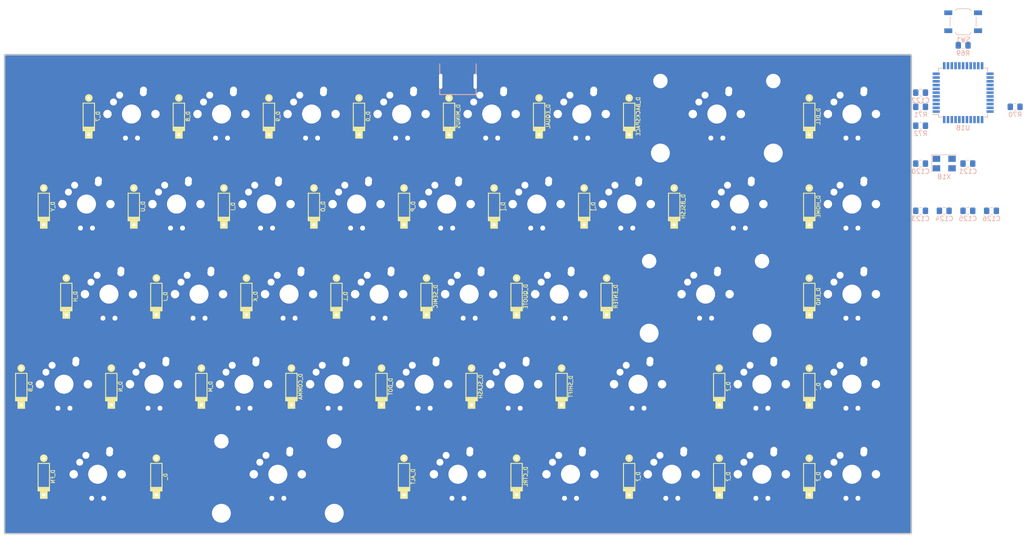
<source format=kicad_pcb>
(kicad_pcb (version 20171130) (host pcbnew "(5.0.0-3-g5ebb6b6)")
  (layers (0 F.Cu signal) (31 B.Cu signal) (34 B.Paste user) (35 F.Paste user) (36 B.SilkS user) (37 F.SilkS user) (38 B.Mask user) (39 F.Mask user) (44 Edge.Cuts user))
  (net 0 "")
  (net 1 "GND")
  (net 2 "VCC")
  (net 3 "/col0")
  (net 4 "/col1")
  (net 5 "/col2")
  (net 6 "/col3")
  (net 7 "/col4")
  (net 8 "/col5")
  (net 9 "/col6")
  (net 10 "/col7")
  (net 11 "/col8")
  (net 12 "/row0")
  (net 13 "/row1")
  (net 14 "/row2")
  (net 15 "/row3")
  (net 16 "/row4")
  (net 17 "/row5")
  (net 18 "Net-(K_7-Pad1)")
  (net 19 "Net-(K_7-Pad2)")
  (net 20 "Net-(K_7-Pad3)")
  (net 21 "Net-(K_7-Pad4)")
  (net 22 "Net-(D_7-Pad1)")
  (net 23 "Net-(D_7-Pad2)")
  (net 24 "Net-(K_8-Pad1)")
  (net 25 "Net-(K_8-Pad2)")
  (net 26 "Net-(K_8-Pad3)")
  (net 27 "Net-(K_8-Pad4)")
  (net 28 "Net-(D_8-Pad1)")
  (net 29 "Net-(D_8-Pad2)")
  (net 30 "Net-(K_9-Pad1)")
  (net 31 "Net-(K_9-Pad2)")
  (net 32 "Net-(K_9-Pad3)")
  (net 33 "Net-(K_9-Pad4)")
  (net 34 "Net-(D_9-Pad1)")
  (net 35 "Net-(D_9-Pad2)")
  (net 36 "Net-(K_0-Pad1)")
  (net 37 "Net-(K_0-Pad2)")
  (net 38 "Net-(K_0-Pad3)")
  (net 39 "Net-(K_0-Pad4)")
  (net 40 "Net-(D_0-Pad1)")
  (net 41 "Net-(D_0-Pad2)")
  (net 42 "Net-(K_MINUS-Pad1)")
  (net 43 "Net-(K_MINUS-Pad2)")
  (net 44 "Net-(K_MINUS-Pad3)")
  (net 45 "Net-(K_MINUS-Pad4)")
  (net 46 "Net-(D_MINUS-Pad1)")
  (net 47 "Net-(D_MINUS-Pad2)")
  (net 48 "Net-(K_EQUAL-Pad1)")
  (net 49 "Net-(K_EQUAL-Pad2)")
  (net 50 "Net-(K_EQUAL-Pad3)")
  (net 51 "Net-(K_EQUAL-Pad4)")
  (net 52 "Net-(D_EQUAL-Pad1)")
  (net 53 "Net-(D_EQUAL-Pad2)")
  (net 54 "Net-(K_BACKSPACE-Pad1)")
  (net 55 "Net-(K_BACKSPACE-Pad2)")
  (net 56 "Net-(K_BACKSPACE-Pad3)")
  (net 57 "Net-(K_BACKSPACE-Pad4)")
  (net 58 "Net-(D_BACKSPACE-Pad1)")
  (net 59 "Net-(D_BACKSPACE-Pad2)")
  (net 60 "Net-(K_DEL-Pad1)")
  (net 61 "Net-(K_DEL-Pad2)")
  (net 62 "Net-(K_DEL-Pad3)")
  (net 63 "Net-(K_DEL-Pad4)")
  (net 64 "Net-(D_DEL-Pad1)")
  (net 65 "Net-(D_DEL-Pad2)")
  (net 66 "Net-(K_Y-Pad1)")
  (net 67 "Net-(K_Y-Pad2)")
  (net 68 "Net-(K_Y-Pad3)")
  (net 69 "Net-(K_Y-Pad4)")
  (net 70 "Net-(D_Y-Pad1)")
  (net 71 "Net-(D_Y-Pad2)")
  (net 72 "Net-(K_U-Pad1)")
  (net 73 "Net-(K_U-Pad2)")
  (net 74 "Net-(K_U-Pad3)")
  (net 75 "Net-(K_U-Pad4)")
  (net 76 "Net-(D_U-Pad1)")
  (net 77 "Net-(D_U-Pad2)")
  (net 78 "Net-(K_I-Pad1)")
  (net 79 "Net-(K_I-Pad2)")
  (net 80 "Net-(K_I-Pad3)")
  (net 81 "Net-(K_I-Pad4)")
  (net 82 "Net-(D_I-Pad1)")
  (net 83 "Net-(D_I-Pad2)")
  (net 84 "Net-(K_O-Pad1)")
  (net 85 "Net-(K_O-Pad2)")
  (net 86 "Net-(K_O-Pad3)")
  (net 87 "Net-(K_O-Pad4)")
  (net 88 "Net-(D_O-Pad1)")
  (net 89 "Net-(D_O-Pad2)")
  (net 90 "Net-(K_P-Pad1)")
  (net 91 "Net-(K_P-Pad2)")
  (net 92 "Net-(K_P-Pad3)")
  (net 93 "Net-(K_P-Pad4)")
  (net 94 "Net-(D_P-Pad1)")
  (net 95 "Net-(D_P-Pad2)")
  (net 96 "Net-(K_[-Pad1)")
  (net 97 "Net-(K_[-Pad2)")
  (net 98 "Net-(K_[-Pad3)")
  (net 99 "Net-(K_[-Pad4)")
  (net 100 "Net-(D_[-Pad1)")
  (net 101 "Net-(D_[-Pad2)")
  (net 102 "Net-(K_]-Pad1)")
  (net 103 "Net-(K_]-Pad2)")
  (net 104 "Net-(K_]-Pad3)")
  (net 105 "Net-(K_]-Pad4)")
  (net 106 "Net-(D_]-Pad1)")
  (net 107 "Net-(D_]-Pad2)")
  (net 108 "Net-(K_BSLSH-Pad1)")
  (net 109 "Net-(K_BSLSH-Pad2)")
  (net 110 "Net-(K_BSLSH-Pad3)")
  (net 111 "Net-(K_BSLSH-Pad4)")
  (net 112 "Net-(D_BSLSH-Pad1)")
  (net 113 "Net-(D_BSLSH-Pad2)")
  (net 114 "Net-(K_HOME-Pad1)")
  (net 115 "Net-(K_HOME-Pad2)")
  (net 116 "Net-(K_HOME-Pad3)")
  (net 117 "Net-(K_HOME-Pad4)")
  (net 118 "Net-(D_HOME-Pad1)")
  (net 119 "Net-(D_HOME-Pad2)")
  (net 120 "Net-(K_H-Pad1)")
  (net 121 "Net-(K_H-Pad2)")
  (net 122 "Net-(K_H-Pad3)")
  (net 123 "Net-(K_H-Pad4)")
  (net 124 "Net-(D_H-Pad1)")
  (net 125 "Net-(D_H-Pad2)")
  (net 126 "Net-(K_J-Pad1)")
  (net 127 "Net-(K_J-Pad2)")
  (net 128 "Net-(K_J-Pad3)")
  (net 129 "Net-(K_J-Pad4)")
  (net 130 "Net-(D_J-Pad1)")
  (net 131 "Net-(D_J-Pad2)")
  (net 132 "Net-(K_K-Pad1)")
  (net 133 "Net-(K_K-Pad2)")
  (net 134 "Net-(K_K-Pad3)")
  (net 135 "Net-(K_K-Pad4)")
  (net 136 "Net-(D_K-Pad1)")
  (net 137 "Net-(D_K-Pad2)")
  (net 138 "Net-(K_L-Pad1)")
  (net 139 "Net-(K_L-Pad2)")
  (net 140 "Net-(K_L-Pad3)")
  (net 141 "Net-(K_L-Pad4)")
  (net 142 "Net-(D_L-Pad1)")
  (net 143 "Net-(D_L-Pad2)")
  (net 144 "Net-(K_SEMIC-Pad1)")
  (net 145 "Net-(K_SEMIC-Pad2)")
  (net 146 "Net-(K_SEMIC-Pad3)")
  (net 147 "Net-(K_SEMIC-Pad4)")
  (net 148 "Net-(D_SEMIC-Pad1)")
  (net 149 "Net-(D_SEMIC-Pad2)")
  (net 150 "Net-(K_QUOTE-Pad1)")
  (net 151 "Net-(K_QUOTE-Pad2)")
  (net 152 "Net-(K_QUOTE-Pad3)")
  (net 153 "Net-(K_QUOTE-Pad4)")
  (net 154 "Net-(D_QUOTE-Pad1)")
  (net 155 "Net-(D_QUOTE-Pad2)")
  (net 156 "Net-(K_ENTER-Pad1)")
  (net 157 "Net-(K_ENTER-Pad2)")
  (net 158 "Net-(K_ENTER-Pad3)")
  (net 159 "Net-(K_ENTER-Pad4)")
  (net 160 "Net-(D_ENTER-Pad1)")
  (net 161 "Net-(D_ENTER-Pad2)")
  (net 162 "Net-(K_END-Pad1)")
  (net 163 "Net-(K_END-Pad2)")
  (net 164 "Net-(K_END-Pad3)")
  (net 165 "Net-(K_END-Pad4)")
  (net 166 "Net-(D_END-Pad1)")
  (net 167 "Net-(D_END-Pad2)")
  (net 168 "Net-(K_B-Pad1)")
  (net 169 "Net-(K_B-Pad2)")
  (net 170 "Net-(K_B-Pad3)")
  (net 171 "Net-(K_B-Pad4)")
  (net 172 "Net-(D_B-Pad1)")
  (net 173 "Net-(D_B-Pad2)")
  (net 174 "Net-(K_N-Pad1)")
  (net 175 "Net-(K_N-Pad2)")
  (net 176 "Net-(K_N-Pad3)")
  (net 177 "Net-(K_N-Pad4)")
  (net 178 "Net-(D_N-Pad1)")
  (net 179 "Net-(D_N-Pad2)")
  (net 180 "Net-(K_M-Pad1)")
  (net 181 "Net-(K_M-Pad2)")
  (net 182 "Net-(K_M-Pad3)")
  (net 183 "Net-(K_M-Pad4)")
  (net 184 "Net-(D_M-Pad1)")
  (net 185 "Net-(D_M-Pad2)")
  (net 186 "Net-(K_COMMA-Pad1)")
  (net 187 "Net-(K_COMMA-Pad2)")
  (net 188 "Net-(K_COMMA-Pad3)")
  (net 189 "Net-(K_COMMA-Pad4)")
  (net 190 "Net-(D_COMMA-Pad1)")
  (net 191 "Net-(D_COMMA-Pad2)")
  (net 192 "Net-(K_DOT-Pad1)")
  (net 193 "Net-(K_DOT-Pad2)")
  (net 194 "Net-(K_DOT-Pad3)")
  (net 195 "Net-(K_DOT-Pad4)")
  (net 196 "Net-(D_DOT-Pad1)")
  (net 197 "Net-(D_DOT-Pad2)")
  (net 198 "Net-(K_SLASH-Pad1)")
  (net 199 "Net-(K_SLASH-Pad2)")
  (net 200 "Net-(K_SLASH-Pad3)")
  (net 201 "Net-(K_SLASH-Pad4)")
  (net 202 "Net-(D_SLASH-Pad1)")
  (net 203 "Net-(D_SLASH-Pad2)")
  (net 204 "Net-(K_SHIFT-Pad1)")
  (net 205 "Net-(K_SHIFT-Pad2)")
  (net 206 "Net-(K_SHIFT-Pad3)")
  (net 207 "Net-(K_SHIFT-Pad4)")
  (net 208 "Net-(D_SHIFT-Pad1)")
  (net 209 "Net-(D_SHIFT-Pad2)")
  (net 210 "Net-(K_🠙-Pad1)")
  (net 211 "Net-(K_🠙-Pad2)")
  (net 212 "Net-(K_🠙-Pad3)")
  (net 213 "Net-(K_🠙-Pad4)")
  (net 214 "Net-(D_🠙-Pad1)")
  (net 215 "Net-(D_🠙-Pad2)")
  (net 216 "Net-(K_`-Pad1)")
  (net 217 "Net-(K_`-Pad2)")
  (net 218 "Net-(K_`-Pad3)")
  (net 219 "Net-(K_`-Pad4)")
  (net 220 "Net-(D_`-Pad1)")
  (net 221 "Net-(D_`-Pad2)")
  (net 222 "Net-(K_FN-Pad1)")
  (net 223 "Net-(K_FN-Pad2)")
  (net 224 "Net-(K_FN-Pad3)")
  (net 225 "Net-(K_FN-Pad4)")
  (net 226 "Net-(D_FN-Pad1)")
  (net 227 "Net-(D_FN-Pad2)")
  (net 228 "Net-(K_-Pad1)")
  (net 229 "Net-(K_-Pad2)")
  (net 230 "Net-(K_-Pad3)")
  (net 231 "Net-(K_-Pad4)")
  (net 232 "Net-(D_-Pad1)")
  (net 233 "Net-(D_-Pad2)")
  (net 234 "Net-(K_ALT-Pad1)")
  (net 235 "Net-(K_ALT-Pad2)")
  (net 236 "Net-(K_ALT-Pad3)")
  (net 237 "Net-(K_ALT-Pad4)")
  (net 238 "Net-(D_ALT-Pad1)")
  (net 239 "Net-(D_ALT-Pad2)")
  (net 240 "Net-(K_CTRL-Pad1)")
  (net 241 "Net-(K_CTRL-Pad2)")
  (net 242 "Net-(K_CTRL-Pad3)")
  (net 243 "Net-(K_CTRL-Pad4)")
  (net 244 "Net-(D_CTRL-Pad1)")
  (net 245 "Net-(D_CTRL-Pad2)")
  (net 246 "Net-(K_🠘-Pad1)")
  (net 247 "Net-(K_🠘-Pad2)")
  (net 248 "Net-(K_🠘-Pad3)")
  (net 249 "Net-(K_🠘-Pad4)")
  (net 250 "Net-(D_🠘-Pad1)")
  (net 251 "Net-(D_🠘-Pad2)")
  (net 252 "Net-(K_🠛-Pad1)")
  (net 253 "Net-(K_🠛-Pad2)")
  (net 254 "Net-(K_🠛-Pad3)")
  (net 255 "Net-(K_🠛-Pad4)")
  (net 256 "Net-(D_🠛-Pad1)")
  (net 257 "Net-(D_🠛-Pad2)")
  (net 258 "Net-(K_🠚-Pad1)")
  (net 259 "Net-(K_🠚-Pad2)")
  (net 260 "Net-(K_🠚-Pad3)")
  (net 261 "Net-(K_🠚-Pad4)")
  (net 262 "Net-(D_🠚-Pad1)")
  (net 263 "Net-(D_🠚-Pad2)")
  (net 264 "Net-(C120-Pad1)")
  (net 265 "Net-(C120-Pad2)")
  (net 266 "Net-(C121-Pad1)")
  (net 267 "Net-(C121-Pad2)")
  (net 268 "Net-(X18-Pad1)")
  (net 269 "Net-(X18-Pad2)")
  (net 270 "Net-(X18-Pad3)")
  (net 271 "Net-(X18-Pad4)")
  (net 272 "Net-(R69-Pad1)")
  (net 273 "Net-(R69-Pad2)")
  (net 274 "Net-(R18-Pad1)")
  (net 275 "Net-(R18-Pad2)")
  (net 276 "Net-(R70-Pad1)")
  (net 277 "Net-(R70-Pad2)")
  (net 278 "Net-(R71-Pad1)")
  (net 279 "Net-(R71-Pad2)")
  (net 280 "Net-(R72-Pad1)")
  (net 281 "Net-(R72-Pad2)")
  (net 282 "Net-(USB18-Pad1)")
  (net 283 "Net-(USB18-Pad2)")
  (net 284 "Net-(USB18-Pad3)")
  (net 285 "Net-(USB18-Pad4)")
  (net 286 "Net-(USB18-Pad5)")
  (net 287 "Net-(USB18-Pad6)")
  (net 288 "Net-(C122-Pad1)")
  (net 289 "Net-(C122-Pad2)")
  (net 290 "Net-(U18-Pad1)")
  (net 291 "Net-(U18-Pad2)")
  (net 292 "Net-(U18-Pad3)")
  (net 293 "Net-(U18-Pad4)")
  (net 294 "Net-(U18-Pad5)")
  (net 295 "Net-(U18-Pad6)")
  (net 296 "Net-(U18-Pad7)")
  (net 297 "Net-(U18-Pad8)")
  (net 298 "Net-(U18-Pad9)")
  (net 299 "Net-(U18-Pad10)")
  (net 300 "Net-(U18-Pad11)")
  (net 301 "Net-(U18-Pad12)")
  (net 302 "Net-(U18-Pad13)")
  (net 303 "Net-(U18-Pad14)")
  (net 304 "Net-(U18-Pad15)")
  (net 305 "Net-(U18-Pad16)")
  (net 306 "Net-(U18-Pad17)")
  (net 307 "Net-(U18-Pad18)")
  (net 308 "Net-(U18-Pad19)")
  (net 309 "Net-(U18-Pad20)")
  (net 310 "Net-(U18-Pad21)")
  (net 311 "Net-(U18-Pad22)")
  (net 312 "Net-(U18-Pad23)")
  (net 313 "Net-(U18-Pad24)")
  (net 314 "Net-(U18-Pad25)")
  (net 315 "Net-(U18-Pad26)")
  (net 316 "Net-(U18-Pad27)")
  (net 317 "Net-(U18-Pad28)")
  (net 318 "Net-(U18-Pad29)")
  (net 319 "Net-(U18-Pad30)")
  (net 320 "Net-(U18-Pad31)")
  (net 321 "Net-(U18-Pad32)")
  (net 322 "Net-(U18-Pad33)")
  (net 323 "Net-(U18-Pad34)")
  (net 324 "Net-(U18-Pad35)")
  (net 325 "Net-(U18-Pad36)")
  (net 326 "Net-(U18-Pad37)")
  (net 327 "Net-(U18-Pad38)")
  (net 328 "Net-(U18-Pad39)")
  (net 329 "Net-(U18-Pad40)")
  (net 330 "Net-(U18-Pad41)")
  (net 331 "Net-(U18-Pad42)")
  (net 332 "Net-(U18-Pad43)")
  (net 333 "Net-(U18-Pad44)")
  (net 334 "Net-(C123-Pad1)")
  (net 335 "Net-(C123-Pad2)")
  (net 336 "Net-(C124-Pad1)")
  (net 337 "Net-(C124-Pad2)")
  (net 338 "Net-(C125-Pad1)")
  (net 339 "Net-(C125-Pad2)")
  (net 340 "Net-(C126-Pad1)")
  (net 341 "Net-(C126-Pad2)")
  (module MX_Alps_Hybrid:MX-1U-NoLED (layer F.Cu) (at 43.8125 29.525)
    (fp_text reference K_7)
    (fp_text value KEYSW)
    (pad 1 thru_hole circle (at -2.5 -4) (size 2.25 2.25) (drill 1.47) (layers *.Cu B.Mask) (net 18 "Net-(K_7-Pad1)"))
    (pad 1 thru_hole oval (at -3.81 -2.54 48.0996) (size 4.211556 2.25) (drill 1.47 (offset 0.980778 0)) (layers *.Cu B.Mask) (net 18 "Net-(K_7-Pad1)"))
    (pad 2 thru_hole oval (at 2.5 -4.5 86.0548) (size 2.831378 2.25) (drill 1.47 (offset 0.290689 0)) (layers *.Cu B.Mask) (net 23 "Net-(D_7-Pad2)"))
    (pad 2 thru_hole circle (at 2.54 -5.08) (size 2.25 2.25) (drill 1.47) (layers *.Cu B.Mask) (net 23 "Net-(D_7-Pad2)"))
    (pad "" np_thru_hole circle (at 0 0) (size 3.9878 3.9878) (drill 3.9878) (layers *.Cu *.Mask))
    (pad "" np_thru_hole circle (at -5.08 0 48.0996) (size 1.75 1.75) (drill 1.75) (layers *.Cu *.Mask))
    (pad "" np_thru_hole circle (at 5.08 0 48.0996) (size 1.75 1.75) (drill 1.75) (layers *.Cu *.Mask))
    (pad 3 thru_hole circle (at -1.27 5.08) (size 1.905 1.905) (drill 1.04) (layers *.Cu B.Mask) (net 20 "Net-(K_7-Pad3)"))
    (pad 4 thru_hole rect (at 1.27 5.08) (size 1.905 1.905) (drill 1.04) (layers *.Cu B.Mask) (net 21 "Net-(K_7-Pad4)"))
    (pad "" np_thru_hole circle (at 0 0) (size 3.9878 3.9878) (drill 3.9878) (layers *.Cu *.Mask))
    (pad "" np_thru_hole circle (at -5.08 0 48.0996) (size 1.75 1.75) (drill 1.75) (layers *.Cu *.Mask))
    (pad "" np_thru_hole circle (at 5.08 0 48.0996) (size 1.75 1.75) (drill 1.75) (layers *.Cu *.Mask))
  )
  (module keyboard_parts:D_SOD123_axial (layer F.Cu) (at 34.7875 30.025 90)
    (fp_text reference D_7 (at 0 1.925 90) (layer F.SilkS) (effects (font (size 0.8 0.8)) (justify mirror)))
    (fp_text value D hide)
    (pad 1 smd rect (at -2.7 0 90) (size 2.5 0.5) (layers F.Cu) (net 3 "/col0"))
    (pad 1 smd rect (at -1.575 0 90) (size 1.2 1.2) (layers F.Cu F.Paste F.Mask) (net 3 "/col0"))
    (pad 1 thru_hole rect (at -3.9 0 90) (size 1.6 1.6) (drill 0.7) (layers *.Cu *.Mask F.SilkS) (net 3 "/col0"))
    (pad 2 smd rect (at 1.575 0 90) (size 1.2 1.2) (layers F.Cu F.Paste F.Mask) (net 23 "Net-(D_7-Pad2)"))
    (pad 2 smd rect (at 2.7 0 90) (size 2.5 0.5) (layers F.Cu) (net 23 "Net-(D_7-Pad2)"))
    (pad 2 thru_hole circle (at 3.9 0 90) (size 1.6 1.6) (drill 0.7) (layers *.Cu *.Mask F.SilkS) (net 23 "Net-(D_7-Pad2)"))
  )
  (module MX_Alps_Hybrid:MX-1U-NoLED (layer F.Cu) (at 62.8625 29.525)
    (fp_text reference K_8)
    (fp_text value KEYSW)
    (pad 1 thru_hole circle (at -2.5 -4) (size 2.25 2.25) (drill 1.47) (layers *.Cu B.Mask) (net 24 "Net-(K_8-Pad1)"))
    (pad 1 thru_hole oval (at -3.81 -2.54 48.0996) (size 4.211556 2.25) (drill 1.47 (offset 0.980778 0)) (layers *.Cu B.Mask) (net 24 "Net-(K_8-Pad1)"))
    (pad 2 thru_hole oval (at 2.5 -4.5 86.0548) (size 2.831378 2.25) (drill 1.47 (offset 0.290689 0)) (layers *.Cu B.Mask) (net 29 "Net-(D_8-Pad2)"))
    (pad 2 thru_hole circle (at 2.54 -5.08) (size 2.25 2.25) (drill 1.47) (layers *.Cu B.Mask) (net 29 "Net-(D_8-Pad2)"))
    (pad "" np_thru_hole circle (at 0 0) (size 3.9878 3.9878) (drill 3.9878) (layers *.Cu *.Mask))
    (pad "" np_thru_hole circle (at -5.08 0 48.0996) (size 1.75 1.75) (drill 1.75) (layers *.Cu *.Mask))
    (pad "" np_thru_hole circle (at 5.08 0 48.0996) (size 1.75 1.75) (drill 1.75) (layers *.Cu *.Mask))
    (pad 3 thru_hole circle (at -1.27 5.08) (size 1.905 1.905) (drill 1.04) (layers *.Cu B.Mask) (net 26 "Net-(K_8-Pad3)"))
    (pad 4 thru_hole rect (at 1.27 5.08) (size 1.905 1.905) (drill 1.04) (layers *.Cu B.Mask) (net 27 "Net-(K_8-Pad4)"))
    (pad "" np_thru_hole circle (at 0 0) (size 3.9878 3.9878) (drill 3.9878) (layers *.Cu *.Mask))
    (pad "" np_thru_hole circle (at -5.08 0 48.0996) (size 1.75 1.75) (drill 1.75) (layers *.Cu *.Mask))
    (pad "" np_thru_hole circle (at 5.08 0 48.0996) (size 1.75 1.75) (drill 1.75) (layers *.Cu *.Mask))
  )
  (module keyboard_parts:D_SOD123_axial (layer F.Cu) (at 53.8375 30.025 90)
    (fp_text reference D_8 (at 0 1.925 90) (layer F.SilkS) (effects (font (size 0.8 0.8)) (justify mirror)))
    (fp_text value D hide)
    (pad 1 smd rect (at -2.7 0 90) (size 2.5 0.5) (layers F.Cu) (net 4 "/col1"))
    (pad 1 smd rect (at -1.575 0 90) (size 1.2 1.2) (layers F.Cu F.Paste F.Mask) (net 4 "/col1"))
    (pad 1 thru_hole rect (at -3.9 0 90) (size 1.6 1.6) (drill 0.7) (layers *.Cu *.Mask F.SilkS) (net 4 "/col1"))
    (pad 2 smd rect (at 1.575 0 90) (size 1.2 1.2) (layers F.Cu F.Paste F.Mask) (net 29 "Net-(D_8-Pad2)"))
    (pad 2 smd rect (at 2.7 0 90) (size 2.5 0.5) (layers F.Cu) (net 29 "Net-(D_8-Pad2)"))
    (pad 2 thru_hole circle (at 3.9 0 90) (size 1.6 1.6) (drill 0.7) (layers *.Cu *.Mask F.SilkS) (net 29 "Net-(D_8-Pad2)"))
  )
  (module MX_Alps_Hybrid:MX-1U-NoLED (layer F.Cu) (at 81.9125 29.525)
    (fp_text reference K_9)
    (fp_text value KEYSW)
    (pad 1 thru_hole circle (at -2.5 -4) (size 2.25 2.25) (drill 1.47) (layers *.Cu B.Mask) (net 30 "Net-(K_9-Pad1)"))
    (pad 1 thru_hole oval (at -3.81 -2.54 48.0996) (size 4.211556 2.25) (drill 1.47 (offset 0.980778 0)) (layers *.Cu B.Mask) (net 30 "Net-(K_9-Pad1)"))
    (pad 2 thru_hole oval (at 2.5 -4.5 86.0548) (size 2.831378 2.25) (drill 1.47 (offset 0.290689 0)) (layers *.Cu B.Mask) (net 35 "Net-(D_9-Pad2)"))
    (pad 2 thru_hole circle (at 2.54 -5.08) (size 2.25 2.25) (drill 1.47) (layers *.Cu B.Mask) (net 35 "Net-(D_9-Pad2)"))
    (pad "" np_thru_hole circle (at 0 0) (size 3.9878 3.9878) (drill 3.9878) (layers *.Cu *.Mask))
    (pad "" np_thru_hole circle (at -5.08 0 48.0996) (size 1.75 1.75) (drill 1.75) (layers *.Cu *.Mask))
    (pad "" np_thru_hole circle (at 5.08 0 48.0996) (size 1.75 1.75) (drill 1.75) (layers *.Cu *.Mask))
    (pad 3 thru_hole circle (at -1.27 5.08) (size 1.905 1.905) (drill 1.04) (layers *.Cu B.Mask) (net 32 "Net-(K_9-Pad3)"))
    (pad 4 thru_hole rect (at 1.27 5.08) (size 1.905 1.905) (drill 1.04) (layers *.Cu B.Mask) (net 33 "Net-(K_9-Pad4)"))
    (pad "" np_thru_hole circle (at 0 0) (size 3.9878 3.9878) (drill 3.9878) (layers *.Cu *.Mask))
    (pad "" np_thru_hole circle (at -5.08 0 48.0996) (size 1.75 1.75) (drill 1.75) (layers *.Cu *.Mask))
    (pad "" np_thru_hole circle (at 5.08 0 48.0996) (size 1.75 1.75) (drill 1.75) (layers *.Cu *.Mask))
  )
  (module keyboard_parts:D_SOD123_axial (layer F.Cu) (at 72.8875 30.025 90)
    (fp_text reference D_9 (at 0 1.925 90) (layer F.SilkS) (effects (font (size 0.8 0.8)) (justify mirror)))
    (fp_text value D hide)
    (pad 1 smd rect (at -2.7 0 90) (size 2.5 0.5) (layers F.Cu) (net 5 "/col2"))
    (pad 1 smd rect (at -1.575 0 90) (size 1.2 1.2) (layers F.Cu F.Paste F.Mask) (net 5 "/col2"))
    (pad 1 thru_hole rect (at -3.9 0 90) (size 1.6 1.6) (drill 0.7) (layers *.Cu *.Mask F.SilkS) (net 5 "/col2"))
    (pad 2 smd rect (at 1.575 0 90) (size 1.2 1.2) (layers F.Cu F.Paste F.Mask) (net 35 "Net-(D_9-Pad2)"))
    (pad 2 smd rect (at 2.7 0 90) (size 2.5 0.5) (layers F.Cu) (net 35 "Net-(D_9-Pad2)"))
    (pad 2 thru_hole circle (at 3.9 0 90) (size 1.6 1.6) (drill 0.7) (layers *.Cu *.Mask F.SilkS) (net 35 "Net-(D_9-Pad2)"))
  )
  (module MX_Alps_Hybrid:MX-1U-NoLED (layer F.Cu) (at 100.9625 29.525)
    (fp_text reference K_0)
    (fp_text value KEYSW)
    (pad 1 thru_hole circle (at -2.5 -4) (size 2.25 2.25) (drill 1.47) (layers *.Cu B.Mask) (net 36 "Net-(K_0-Pad1)"))
    (pad 1 thru_hole oval (at -3.81 -2.54 48.0996) (size 4.211556 2.25) (drill 1.47 (offset 0.980778 0)) (layers *.Cu B.Mask) (net 36 "Net-(K_0-Pad1)"))
    (pad 2 thru_hole oval (at 2.5 -4.5 86.0548) (size 2.831378 2.25) (drill 1.47 (offset 0.290689 0)) (layers *.Cu B.Mask) (net 41 "Net-(D_0-Pad2)"))
    (pad 2 thru_hole circle (at 2.54 -5.08) (size 2.25 2.25) (drill 1.47) (layers *.Cu B.Mask) (net 41 "Net-(D_0-Pad2)"))
    (pad "" np_thru_hole circle (at 0 0) (size 3.9878 3.9878) (drill 3.9878) (layers *.Cu *.Mask))
    (pad "" np_thru_hole circle (at -5.08 0 48.0996) (size 1.75 1.75) (drill 1.75) (layers *.Cu *.Mask))
    (pad "" np_thru_hole circle (at 5.08 0 48.0996) (size 1.75 1.75) (drill 1.75) (layers *.Cu *.Mask))
    (pad 3 thru_hole circle (at -1.27 5.08) (size 1.905 1.905) (drill 1.04) (layers *.Cu B.Mask) (net 38 "Net-(K_0-Pad3)"))
    (pad 4 thru_hole rect (at 1.27 5.08) (size 1.905 1.905) (drill 1.04) (layers *.Cu B.Mask) (net 39 "Net-(K_0-Pad4)"))
    (pad "" np_thru_hole circle (at 0 0) (size 3.9878 3.9878) (drill 3.9878) (layers *.Cu *.Mask))
    (pad "" np_thru_hole circle (at -5.08 0 48.0996) (size 1.75 1.75) (drill 1.75) (layers *.Cu *.Mask))
    (pad "" np_thru_hole circle (at 5.08 0 48.0996) (size 1.75 1.75) (drill 1.75) (layers *.Cu *.Mask))
  )
  (module keyboard_parts:D_SOD123_axial (layer F.Cu) (at 91.9375 30.025 90)
    (fp_text reference D_0 (at 0 1.925 90) (layer F.SilkS) (effects (font (size 0.8 0.8)) (justify mirror)))
    (fp_text value D hide)
    (pad 1 smd rect (at -2.7 0 90) (size 2.5 0.5) (layers F.Cu) (net 6 "/col3"))
    (pad 1 smd rect (at -1.575 0 90) (size 1.2 1.2) (layers F.Cu F.Paste F.Mask) (net 6 "/col3"))
    (pad 1 thru_hole rect (at -3.9 0 90) (size 1.6 1.6) (drill 0.7) (layers *.Cu *.Mask F.SilkS) (net 6 "/col3"))
    (pad 2 smd rect (at 1.575 0 90) (size 1.2 1.2) (layers F.Cu F.Paste F.Mask) (net 41 "Net-(D_0-Pad2)"))
    (pad 2 smd rect (at 2.7 0 90) (size 2.5 0.5) (layers F.Cu) (net 41 "Net-(D_0-Pad2)"))
    (pad 2 thru_hole circle (at 3.9 0 90) (size 1.6 1.6) (drill 0.7) (layers *.Cu *.Mask F.SilkS) (net 41 "Net-(D_0-Pad2)"))
  )
  (module MX_Alps_Hybrid:MX-1U-NoLED (layer F.Cu) (at 120.0125 29.525)
    (fp_text reference K_MINUS)
    (fp_text value KEYSW)
    (pad 1 thru_hole circle (at -2.5 -4) (size 2.25 2.25) (drill 1.47) (layers *.Cu B.Mask) (net 42 "Net-(K_MINUS-Pad1)"))
    (pad 1 thru_hole oval (at -3.81 -2.54 48.0996) (size 4.211556 2.25) (drill 1.47 (offset 0.980778 0)) (layers *.Cu B.Mask) (net 42 "Net-(K_MINUS-Pad1)"))
    (pad 2 thru_hole oval (at 2.5 -4.5 86.0548) (size 2.831378 2.25) (drill 1.47 (offset 0.290689 0)) (layers *.Cu B.Mask) (net 47 "Net-(D_MINUS-Pad2)"))
    (pad 2 thru_hole circle (at 2.54 -5.08) (size 2.25 2.25) (drill 1.47) (layers *.Cu B.Mask) (net 47 "Net-(D_MINUS-Pad2)"))
    (pad "" np_thru_hole circle (at 0 0) (size 3.9878 3.9878) (drill 3.9878) (layers *.Cu *.Mask))
    (pad "" np_thru_hole circle (at -5.08 0 48.0996) (size 1.75 1.75) (drill 1.75) (layers *.Cu *.Mask))
    (pad "" np_thru_hole circle (at 5.08 0 48.0996) (size 1.75 1.75) (drill 1.75) (layers *.Cu *.Mask))
    (pad 3 thru_hole circle (at -1.27 5.08) (size 1.905 1.905) (drill 1.04) (layers *.Cu B.Mask) (net 44 "Net-(K_MINUS-Pad3)"))
    (pad 4 thru_hole rect (at 1.27 5.08) (size 1.905 1.905) (drill 1.04) (layers *.Cu B.Mask) (net 45 "Net-(K_MINUS-Pad4)"))
    (pad "" np_thru_hole circle (at 0 0) (size 3.9878 3.9878) (drill 3.9878) (layers *.Cu *.Mask))
    (pad "" np_thru_hole circle (at -5.08 0 48.0996) (size 1.75 1.75) (drill 1.75) (layers *.Cu *.Mask))
    (pad "" np_thru_hole circle (at 5.08 0 48.0996) (size 1.75 1.75) (drill 1.75) (layers *.Cu *.Mask))
  )
  (module keyboard_parts:D_SOD123_axial (layer F.Cu) (at 110.9875 30.025 90)
    (fp_text reference D_MINUS (at 0 1.925 90) (layer F.SilkS) (effects (font (size 0.8 0.8)) (justify mirror)))
    (fp_text value D hide)
    (pad 1 smd rect (at -2.7 0 90) (size 2.5 0.5) (layers F.Cu) (net 7 "/col4"))
    (pad 1 smd rect (at -1.575 0 90) (size 1.2 1.2) (layers F.Cu F.Paste F.Mask) (net 7 "/col4"))
    (pad 1 thru_hole rect (at -3.9 0 90) (size 1.6 1.6) (drill 0.7) (layers *.Cu *.Mask F.SilkS) (net 7 "/col4"))
    (pad 2 smd rect (at 1.575 0 90) (size 1.2 1.2) (layers F.Cu F.Paste F.Mask) (net 47 "Net-(D_MINUS-Pad2)"))
    (pad 2 smd rect (at 2.7 0 90) (size 2.5 0.5) (layers F.Cu) (net 47 "Net-(D_MINUS-Pad2)"))
    (pad 2 thru_hole circle (at 3.9 0 90) (size 1.6 1.6) (drill 0.7) (layers *.Cu *.Mask F.SilkS) (net 47 "Net-(D_MINUS-Pad2)"))
  )
  (module MX_Alps_Hybrid:MX-1U-NoLED (layer F.Cu) (at 139.0625 29.525)
    (fp_text reference K_EQUAL)
    (fp_text value KEYSW)
    (pad 1 thru_hole circle (at -2.5 -4) (size 2.25 2.25) (drill 1.47) (layers *.Cu B.Mask) (net 48 "Net-(K_EQUAL-Pad1)"))
    (pad 1 thru_hole oval (at -3.81 -2.54 48.0996) (size 4.211556 2.25) (drill 1.47 (offset 0.980778 0)) (layers *.Cu B.Mask) (net 48 "Net-(K_EQUAL-Pad1)"))
    (pad 2 thru_hole oval (at 2.5 -4.5 86.0548) (size 2.831378 2.25) (drill 1.47 (offset 0.290689 0)) (layers *.Cu B.Mask) (net 53 "Net-(D_EQUAL-Pad2)"))
    (pad 2 thru_hole circle (at 2.54 -5.08) (size 2.25 2.25) (drill 1.47) (layers *.Cu B.Mask) (net 53 "Net-(D_EQUAL-Pad2)"))
    (pad "" np_thru_hole circle (at 0 0) (size 3.9878 3.9878) (drill 3.9878) (layers *.Cu *.Mask))
    (pad "" np_thru_hole circle (at -5.08 0 48.0996) (size 1.75 1.75) (drill 1.75) (layers *.Cu *.Mask))
    (pad "" np_thru_hole circle (at 5.08 0 48.0996) (size 1.75 1.75) (drill 1.75) (layers *.Cu *.Mask))
    (pad 3 thru_hole circle (at -1.27 5.08) (size 1.905 1.905) (drill 1.04) (layers *.Cu B.Mask) (net 50 "Net-(K_EQUAL-Pad3)"))
    (pad 4 thru_hole rect (at 1.27 5.08) (size 1.905 1.905) (drill 1.04) (layers *.Cu B.Mask) (net 51 "Net-(K_EQUAL-Pad4)"))
    (pad "" np_thru_hole circle (at 0 0) (size 3.9878 3.9878) (drill 3.9878) (layers *.Cu *.Mask))
    (pad "" np_thru_hole circle (at -5.08 0 48.0996) (size 1.75 1.75) (drill 1.75) (layers *.Cu *.Mask))
    (pad "" np_thru_hole circle (at 5.08 0 48.0996) (size 1.75 1.75) (drill 1.75) (layers *.Cu *.Mask))
  )
  (module keyboard_parts:D_SOD123_axial (layer F.Cu) (at 130.0375 30.025 90)
    (fp_text reference D_EQUAL (at 0 1.925 90) (layer F.SilkS) (effects (font (size 0.8 0.8)) (justify mirror)))
    (fp_text value D hide)
    (pad 1 smd rect (at -2.7 0 90) (size 2.5 0.5) (layers F.Cu) (net 8 "/col5"))
    (pad 1 smd rect (at -1.575 0 90) (size 1.2 1.2) (layers F.Cu F.Paste F.Mask) (net 8 "/col5"))
    (pad 1 thru_hole rect (at -3.9 0 90) (size 1.6 1.6) (drill 0.7) (layers *.Cu *.Mask F.SilkS) (net 8 "/col5"))
    (pad 2 smd rect (at 1.575 0 90) (size 1.2 1.2) (layers F.Cu F.Paste F.Mask) (net 53 "Net-(D_EQUAL-Pad2)"))
    (pad 2 smd rect (at 2.7 0 90) (size 2.5 0.5) (layers F.Cu) (net 53 "Net-(D_EQUAL-Pad2)"))
    (pad 2 thru_hole circle (at 3.9 0 90) (size 1.6 1.6) (drill 0.7) (layers *.Cu *.Mask F.SilkS) (net 53 "Net-(D_EQUAL-Pad2)"))
  )
  (module MX_Alps_Hybrid:MX-2U-NoLED (layer F.Cu) (at 167.6375 29.525)
    (fp_text reference K_BACKSPACE)
    (fp_text value KEYSW)
    (pad 1 thru_hole circle (at -2.5 -4) (size 2.25 2.25) (drill 1.47) (layers *.Cu B.Mask) (net 54 "Net-(K_BACKSPACE-Pad1)"))
    (pad 1 thru_hole oval (at -3.81 -2.54 48.0996) (size 4.211556 2.25) (drill 1.47 (offset 0.980778 0)) (layers *.Cu B.Mask) (net 54 "Net-(K_BACKSPACE-Pad1)"))
    (pad 2 thru_hole oval (at 2.5 -4.5 86.0548) (size 2.831378 2.25) (drill 1.47 (offset 0.290689 0)) (layers *.Cu B.Mask) (net 59 "Net-(D_BACKSPACE-Pad2)"))
    (pad 2 thru_hole circle (at 2.54 -5.08) (size 2.25 2.25) (drill 1.47) (layers *.Cu B.Mask) (net 59 "Net-(D_BACKSPACE-Pad2)"))
    (pad "" np_thru_hole circle (at 0 0) (size 3.9878 3.9878) (drill 3.9878) (layers *.Cu *.Mask))
    (pad "" np_thru_hole circle (at -5.08 0 48.0996) (size 1.75 1.75) (drill 1.75) (layers *.Cu *.Mask))
    (pad "" np_thru_hole circle (at 5.08 0 48.0996) (size 1.75 1.75) (drill 1.75) (layers *.Cu *.Mask))
    (pad 3 thru_hole circle (at -1.27 5.08) (size 1.905 1.905) (drill 1.04) (layers *.Cu B.Mask) (net 56 "Net-(K_BACKSPACE-Pad3)"))
    (pad 4 thru_hole rect (at 1.27 5.08) (size 1.905 1.905) (drill 1.04) (layers *.Cu B.Mask) (net 57 "Net-(K_BACKSPACE-Pad4)"))
    (pad "" np_thru_hole circle (at 0 0) (size 3.9878 3.9878) (drill 3.9878) (layers *.Cu *.Mask))
    (pad "" np_thru_hole circle (at -5.08 0 48.0996) (size 1.75 1.75) (drill 1.75) (layers *.Cu *.Mask))
    (pad "" np_thru_hole circle (at 5.08 0 48.0996) (size 1.75 1.75) (drill 1.75) (layers *.Cu *.Mask))
    (pad "" np_thru_hole circle (at -11.938 -6.985) (size 3.048 3.048) (drill 3.048) (layers *.Cu *.Mask))
    (pad "" np_thru_hole circle (at 11.938 -6.985) (size 3.048 3.048) (drill 3.048) (layers *.Cu *.Mask))
    (pad "" np_thru_hole circle (at -11.938 8.255) (size 3.9878 3.9878) (drill 3.9878) (layers *.Cu *.Mask))
    (pad "" np_thru_hole circle (at 11.938 8.255) (size 3.9878 3.9878) (drill 3.9878) (layers *.Cu *.Mask))
  )
  (module keyboard_parts:D_SOD123_axial (layer F.Cu) (at 149.0875 30.025 90)
    (fp_text reference D_BACKSPACE (at 0 1.925 90) (layer F.SilkS) (effects (font (size 0.8 0.8)) (justify mirror)))
    (fp_text value D hide)
    (pad 1 smd rect (at -2.7 0 90) (size 2.5 0.5) (layers F.Cu) (net 9 "/col6"))
    (pad 1 smd rect (at -1.575 0 90) (size 1.2 1.2) (layers F.Cu F.Paste F.Mask) (net 9 "/col6"))
    (pad 1 thru_hole rect (at -3.9 0 90) (size 1.6 1.6) (drill 0.7) (layers *.Cu *.Mask F.SilkS) (net 9 "/col6"))
    (pad 2 smd rect (at 1.575 0 90) (size 1.2 1.2) (layers F.Cu F.Paste F.Mask) (net 59 "Net-(D_BACKSPACE-Pad2)"))
    (pad 2 smd rect (at 2.7 0 90) (size 2.5 0.5) (layers F.Cu) (net 59 "Net-(D_BACKSPACE-Pad2)"))
    (pad 2 thru_hole circle (at 3.9 0 90) (size 1.6 1.6) (drill 0.7) (layers *.Cu *.Mask F.SilkS) (net 59 "Net-(D_BACKSPACE-Pad2)"))
  )
  (module MX_Alps_Hybrid:MX-1U-NoLED (layer F.Cu) (at 196.2125 29.525)
    (fp_text reference K_DEL)
    (fp_text value KEYSW)
    (pad 1 thru_hole circle (at -2.5 -4) (size 2.25 2.25) (drill 1.47) (layers *.Cu B.Mask) (net 60 "Net-(K_DEL-Pad1)"))
    (pad 1 thru_hole oval (at -3.81 -2.54 48.0996) (size 4.211556 2.25) (drill 1.47 (offset 0.980778 0)) (layers *.Cu B.Mask) (net 60 "Net-(K_DEL-Pad1)"))
    (pad 2 thru_hole oval (at 2.5 -4.5 86.0548) (size 2.831378 2.25) (drill 1.47 (offset 0.290689 0)) (layers *.Cu B.Mask) (net 65 "Net-(D_DEL-Pad2)"))
    (pad 2 thru_hole circle (at 2.54 -5.08) (size 2.25 2.25) (drill 1.47) (layers *.Cu B.Mask) (net 65 "Net-(D_DEL-Pad2)"))
    (pad "" np_thru_hole circle (at 0 0) (size 3.9878 3.9878) (drill 3.9878) (layers *.Cu *.Mask))
    (pad "" np_thru_hole circle (at -5.08 0 48.0996) (size 1.75 1.75) (drill 1.75) (layers *.Cu *.Mask))
    (pad "" np_thru_hole circle (at 5.08 0 48.0996) (size 1.75 1.75) (drill 1.75) (layers *.Cu *.Mask))
    (pad 3 thru_hole circle (at -1.27 5.08) (size 1.905 1.905) (drill 1.04) (layers *.Cu B.Mask) (net 62 "Net-(K_DEL-Pad3)"))
    (pad 4 thru_hole rect (at 1.27 5.08) (size 1.905 1.905) (drill 1.04) (layers *.Cu B.Mask) (net 63 "Net-(K_DEL-Pad4)"))
    (pad "" np_thru_hole circle (at 0 0) (size 3.9878 3.9878) (drill 3.9878) (layers *.Cu *.Mask))
    (pad "" np_thru_hole circle (at -5.08 0 48.0996) (size 1.75 1.75) (drill 1.75) (layers *.Cu *.Mask))
    (pad "" np_thru_hole circle (at 5.08 0 48.0996) (size 1.75 1.75) (drill 1.75) (layers *.Cu *.Mask))
  )
  (module keyboard_parts:D_SOD123_axial (layer F.Cu) (at 187.1875 30.025 90)
    (fp_text reference D_DEL (at 0 1.925 90) (layer F.SilkS) (effects (font (size 0.8 0.8)) (justify mirror)))
    (fp_text value D hide)
    (pad 1 smd rect (at -2.7 0 90) (size 2.5 0.5) (layers F.Cu) (net 10 "/col7"))
    (pad 1 smd rect (at -1.575 0 90) (size 1.2 1.2) (layers F.Cu F.Paste F.Mask) (net 10 "/col7"))
    (pad 1 thru_hole rect (at -3.9 0 90) (size 1.6 1.6) (drill 0.7) (layers *.Cu *.Mask F.SilkS) (net 10 "/col7"))
    (pad 2 smd rect (at 1.575 0 90) (size 1.2 1.2) (layers F.Cu F.Paste F.Mask) (net 65 "Net-(D_DEL-Pad2)"))
    (pad 2 smd rect (at 2.7 0 90) (size 2.5 0.5) (layers F.Cu) (net 65 "Net-(D_DEL-Pad2)"))
    (pad 2 thru_hole circle (at 3.9 0 90) (size 1.6 1.6) (drill 0.7) (layers *.Cu *.Mask F.SilkS) (net 65 "Net-(D_DEL-Pad2)"))
  )
  (module MX_Alps_Hybrid:MX-1U-NoLED (layer F.Cu) (at 34.2875 48.575)
    (fp_text reference K_Y)
    (fp_text value KEYSW)
    (pad 1 thru_hole circle (at -2.5 -4) (size 2.25 2.25) (drill 1.47) (layers *.Cu B.Mask) (net 66 "Net-(K_Y-Pad1)"))
    (pad 1 thru_hole oval (at -3.81 -2.54 48.0996) (size 4.211556 2.25) (drill 1.47 (offset 0.980778 0)) (layers *.Cu B.Mask) (net 66 "Net-(K_Y-Pad1)"))
    (pad 2 thru_hole oval (at 2.5 -4.5 86.0548) (size 2.831378 2.25) (drill 1.47 (offset 0.290689 0)) (layers *.Cu B.Mask) (net 71 "Net-(D_Y-Pad2)"))
    (pad 2 thru_hole circle (at 2.54 -5.08) (size 2.25 2.25) (drill 1.47) (layers *.Cu B.Mask) (net 71 "Net-(D_Y-Pad2)"))
    (pad "" np_thru_hole circle (at 0 0) (size 3.9878 3.9878) (drill 3.9878) (layers *.Cu *.Mask))
    (pad "" np_thru_hole circle (at -5.08 0 48.0996) (size 1.75 1.75) (drill 1.75) (layers *.Cu *.Mask))
    (pad "" np_thru_hole circle (at 5.08 0 48.0996) (size 1.75 1.75) (drill 1.75) (layers *.Cu *.Mask))
    (pad 3 thru_hole circle (at -1.27 5.08) (size 1.905 1.905) (drill 1.04) (layers *.Cu B.Mask) (net 68 "Net-(K_Y-Pad3)"))
    (pad 4 thru_hole rect (at 1.27 5.08) (size 1.905 1.905) (drill 1.04) (layers *.Cu B.Mask) (net 69 "Net-(K_Y-Pad4)"))
    (pad "" np_thru_hole circle (at 0 0) (size 3.9878 3.9878) (drill 3.9878) (layers *.Cu *.Mask))
    (pad "" np_thru_hole circle (at -5.08 0 48.0996) (size 1.75 1.75) (drill 1.75) (layers *.Cu *.Mask))
    (pad "" np_thru_hole circle (at 5.08 0 48.0996) (size 1.75 1.75) (drill 1.75) (layers *.Cu *.Mask))
  )
  (module keyboard_parts:D_SOD123_axial (layer F.Cu) (at 25.2625 49.075 90)
    (fp_text reference D_Y (at 0 1.925 90) (layer F.SilkS) (effects (font (size 0.8 0.8)) (justify mirror)))
    (fp_text value D hide)
    (pad 1 smd rect (at -2.7 0 90) (size 2.5 0.5) (layers F.Cu) (net 3 "/col0"))
    (pad 1 smd rect (at -1.575 0 90) (size 1.2 1.2) (layers F.Cu F.Paste F.Mask) (net 3 "/col0"))
    (pad 1 thru_hole rect (at -3.9 0 90) (size 1.6 1.6) (drill 0.7) (layers *.Cu *.Mask F.SilkS) (net 3 "/col0"))
    (pad 2 smd rect (at 1.575 0 90) (size 1.2 1.2) (layers F.Cu F.Paste F.Mask) (net 71 "Net-(D_Y-Pad2)"))
    (pad 2 smd rect (at 2.7 0 90) (size 2.5 0.5) (layers F.Cu) (net 71 "Net-(D_Y-Pad2)"))
    (pad 2 thru_hole circle (at 3.9 0 90) (size 1.6 1.6) (drill 0.7) (layers *.Cu *.Mask F.SilkS) (net 71 "Net-(D_Y-Pad2)"))
  )
  (module MX_Alps_Hybrid:MX-1U-NoLED (layer F.Cu) (at 53.3375 48.575)
    (fp_text reference K_U)
    (fp_text value KEYSW)
    (pad 1 thru_hole circle (at -2.5 -4) (size 2.25 2.25) (drill 1.47) (layers *.Cu B.Mask) (net 72 "Net-(K_U-Pad1)"))
    (pad 1 thru_hole oval (at -3.81 -2.54 48.0996) (size 4.211556 2.25) (drill 1.47 (offset 0.980778 0)) (layers *.Cu B.Mask) (net 72 "Net-(K_U-Pad1)"))
    (pad 2 thru_hole oval (at 2.5 -4.5 86.0548) (size 2.831378 2.25) (drill 1.47 (offset 0.290689 0)) (layers *.Cu B.Mask) (net 77 "Net-(D_U-Pad2)"))
    (pad 2 thru_hole circle (at 2.54 -5.08) (size 2.25 2.25) (drill 1.47) (layers *.Cu B.Mask) (net 77 "Net-(D_U-Pad2)"))
    (pad "" np_thru_hole circle (at 0 0) (size 3.9878 3.9878) (drill 3.9878) (layers *.Cu *.Mask))
    (pad "" np_thru_hole circle (at -5.08 0 48.0996) (size 1.75 1.75) (drill 1.75) (layers *.Cu *.Mask))
    (pad "" np_thru_hole circle (at 5.08 0 48.0996) (size 1.75 1.75) (drill 1.75) (layers *.Cu *.Mask))
    (pad 3 thru_hole circle (at -1.27 5.08) (size 1.905 1.905) (drill 1.04) (layers *.Cu B.Mask) (net 74 "Net-(K_U-Pad3)"))
    (pad 4 thru_hole rect (at 1.27 5.08) (size 1.905 1.905) (drill 1.04) (layers *.Cu B.Mask) (net 75 "Net-(K_U-Pad4)"))
    (pad "" np_thru_hole circle (at 0 0) (size 3.9878 3.9878) (drill 3.9878) (layers *.Cu *.Mask))
    (pad "" np_thru_hole circle (at -5.08 0 48.0996) (size 1.75 1.75) (drill 1.75) (layers *.Cu *.Mask))
    (pad "" np_thru_hole circle (at 5.08 0 48.0996) (size 1.75 1.75) (drill 1.75) (layers *.Cu *.Mask))
  )
  (module keyboard_parts:D_SOD123_axial (layer F.Cu) (at 44.3125 49.075 90)
    (fp_text reference D_U (at 0 1.925 90) (layer F.SilkS) (effects (font (size 0.8 0.8)) (justify mirror)))
    (fp_text value D hide)
    (pad 1 smd rect (at -2.7 0 90) (size 2.5 0.5) (layers F.Cu) (net 4 "/col1"))
    (pad 1 smd rect (at -1.575 0 90) (size 1.2 1.2) (layers F.Cu F.Paste F.Mask) (net 4 "/col1"))
    (pad 1 thru_hole rect (at -3.9 0 90) (size 1.6 1.6) (drill 0.7) (layers *.Cu *.Mask F.SilkS) (net 4 "/col1"))
    (pad 2 smd rect (at 1.575 0 90) (size 1.2 1.2) (layers F.Cu F.Paste F.Mask) (net 77 "Net-(D_U-Pad2)"))
    (pad 2 smd rect (at 2.7 0 90) (size 2.5 0.5) (layers F.Cu) (net 77 "Net-(D_U-Pad2)"))
    (pad 2 thru_hole circle (at 3.9 0 90) (size 1.6 1.6) (drill 0.7) (layers *.Cu *.Mask F.SilkS) (net 77 "Net-(D_U-Pad2)"))
  )
  (module MX_Alps_Hybrid:MX-1U-NoLED (layer F.Cu) (at 72.3875 48.575)
    (fp_text reference K_I)
    (fp_text value KEYSW)
    (pad 1 thru_hole circle (at -2.5 -4) (size 2.25 2.25) (drill 1.47) (layers *.Cu B.Mask) (net 78 "Net-(K_I-Pad1)"))
    (pad 1 thru_hole oval (at -3.81 -2.54 48.0996) (size 4.211556 2.25) (drill 1.47 (offset 0.980778 0)) (layers *.Cu B.Mask) (net 78 "Net-(K_I-Pad1)"))
    (pad 2 thru_hole oval (at 2.5 -4.5 86.0548) (size 2.831378 2.25) (drill 1.47 (offset 0.290689 0)) (layers *.Cu B.Mask) (net 83 "Net-(D_I-Pad2)"))
    (pad 2 thru_hole circle (at 2.54 -5.08) (size 2.25 2.25) (drill 1.47) (layers *.Cu B.Mask) (net 83 "Net-(D_I-Pad2)"))
    (pad "" np_thru_hole circle (at 0 0) (size 3.9878 3.9878) (drill 3.9878) (layers *.Cu *.Mask))
    (pad "" np_thru_hole circle (at -5.08 0 48.0996) (size 1.75 1.75) (drill 1.75) (layers *.Cu *.Mask))
    (pad "" np_thru_hole circle (at 5.08 0 48.0996) (size 1.75 1.75) (drill 1.75) (layers *.Cu *.Mask))
    (pad 3 thru_hole circle (at -1.27 5.08) (size 1.905 1.905) (drill 1.04) (layers *.Cu B.Mask) (net 80 "Net-(K_I-Pad3)"))
    (pad 4 thru_hole rect (at 1.27 5.08) (size 1.905 1.905) (drill 1.04) (layers *.Cu B.Mask) (net 81 "Net-(K_I-Pad4)"))
    (pad "" np_thru_hole circle (at 0 0) (size 3.9878 3.9878) (drill 3.9878) (layers *.Cu *.Mask))
    (pad "" np_thru_hole circle (at -5.08 0 48.0996) (size 1.75 1.75) (drill 1.75) (layers *.Cu *.Mask))
    (pad "" np_thru_hole circle (at 5.08 0 48.0996) (size 1.75 1.75) (drill 1.75) (layers *.Cu *.Mask))
  )
  (module keyboard_parts:D_SOD123_axial (layer F.Cu) (at 63.3625 49.075 90)
    (fp_text reference D_I (at 0 1.925 90) (layer F.SilkS) (effects (font (size 0.8 0.8)) (justify mirror)))
    (fp_text value D hide)
    (pad 1 smd rect (at -2.7 0 90) (size 2.5 0.5) (layers F.Cu) (net 5 "/col2"))
    (pad 1 smd rect (at -1.575 0 90) (size 1.2 1.2) (layers F.Cu F.Paste F.Mask) (net 5 "/col2"))
    (pad 1 thru_hole rect (at -3.9 0 90) (size 1.6 1.6) (drill 0.7) (layers *.Cu *.Mask F.SilkS) (net 5 "/col2"))
    (pad 2 smd rect (at 1.575 0 90) (size 1.2 1.2) (layers F.Cu F.Paste F.Mask) (net 83 "Net-(D_I-Pad2)"))
    (pad 2 smd rect (at 2.7 0 90) (size 2.5 0.5) (layers F.Cu) (net 83 "Net-(D_I-Pad2)"))
    (pad 2 thru_hole circle (at 3.9 0 90) (size 1.6 1.6) (drill 0.7) (layers *.Cu *.Mask F.SilkS) (net 83 "Net-(D_I-Pad2)"))
  )
  (module MX_Alps_Hybrid:MX-1U-NoLED (layer F.Cu) (at 91.4375 48.575)
    (fp_text reference K_O)
    (fp_text value KEYSW)
    (pad 1 thru_hole circle (at -2.5 -4) (size 2.25 2.25) (drill 1.47) (layers *.Cu B.Mask) (net 84 "Net-(K_O-Pad1)"))
    (pad 1 thru_hole oval (at -3.81 -2.54 48.0996) (size 4.211556 2.25) (drill 1.47 (offset 0.980778 0)) (layers *.Cu B.Mask) (net 84 "Net-(K_O-Pad1)"))
    (pad 2 thru_hole oval (at 2.5 -4.5 86.0548) (size 2.831378 2.25) (drill 1.47 (offset 0.290689 0)) (layers *.Cu B.Mask) (net 89 "Net-(D_O-Pad2)"))
    (pad 2 thru_hole circle (at 2.54 -5.08) (size 2.25 2.25) (drill 1.47) (layers *.Cu B.Mask) (net 89 "Net-(D_O-Pad2)"))
    (pad "" np_thru_hole circle (at 0 0) (size 3.9878 3.9878) (drill 3.9878) (layers *.Cu *.Mask))
    (pad "" np_thru_hole circle (at -5.08 0 48.0996) (size 1.75 1.75) (drill 1.75) (layers *.Cu *.Mask))
    (pad "" np_thru_hole circle (at 5.08 0 48.0996) (size 1.75 1.75) (drill 1.75) (layers *.Cu *.Mask))
    (pad 3 thru_hole circle (at -1.27 5.08) (size 1.905 1.905) (drill 1.04) (layers *.Cu B.Mask) (net 86 "Net-(K_O-Pad3)"))
    (pad 4 thru_hole rect (at 1.27 5.08) (size 1.905 1.905) (drill 1.04) (layers *.Cu B.Mask) (net 87 "Net-(K_O-Pad4)"))
    (pad "" np_thru_hole circle (at 0 0) (size 3.9878 3.9878) (drill 3.9878) (layers *.Cu *.Mask))
    (pad "" np_thru_hole circle (at -5.08 0 48.0996) (size 1.75 1.75) (drill 1.75) (layers *.Cu *.Mask))
    (pad "" np_thru_hole circle (at 5.08 0 48.0996) (size 1.75 1.75) (drill 1.75) (layers *.Cu *.Mask))
  )
  (module keyboard_parts:D_SOD123_axial (layer F.Cu) (at 82.4125 49.075 90)
    (fp_text reference D_O (at 0 1.925 90) (layer F.SilkS) (effects (font (size 0.8 0.8)) (justify mirror)))
    (fp_text value D hide)
    (pad 1 smd rect (at -2.7 0 90) (size 2.5 0.5) (layers F.Cu) (net 6 "/col3"))
    (pad 1 smd rect (at -1.575 0 90) (size 1.2 1.2) (layers F.Cu F.Paste F.Mask) (net 6 "/col3"))
    (pad 1 thru_hole rect (at -3.9 0 90) (size 1.6 1.6) (drill 0.7) (layers *.Cu *.Mask F.SilkS) (net 6 "/col3"))
    (pad 2 smd rect (at 1.575 0 90) (size 1.2 1.2) (layers F.Cu F.Paste F.Mask) (net 89 "Net-(D_O-Pad2)"))
    (pad 2 smd rect (at 2.7 0 90) (size 2.5 0.5) (layers F.Cu) (net 89 "Net-(D_O-Pad2)"))
    (pad 2 thru_hole circle (at 3.9 0 90) (size 1.6 1.6) (drill 0.7) (layers *.Cu *.Mask F.SilkS) (net 89 "Net-(D_O-Pad2)"))
  )
  (module MX_Alps_Hybrid:MX-1U-NoLED (layer F.Cu) (at 110.4875 48.575)
    (fp_text reference K_P)
    (fp_text value KEYSW)
    (pad 1 thru_hole circle (at -2.5 -4) (size 2.25 2.25) (drill 1.47) (layers *.Cu B.Mask) (net 90 "Net-(K_P-Pad1)"))
    (pad 1 thru_hole oval (at -3.81 -2.54 48.0996) (size 4.211556 2.25) (drill 1.47 (offset 0.980778 0)) (layers *.Cu B.Mask) (net 90 "Net-(K_P-Pad1)"))
    (pad 2 thru_hole oval (at 2.5 -4.5 86.0548) (size 2.831378 2.25) (drill 1.47 (offset 0.290689 0)) (layers *.Cu B.Mask) (net 95 "Net-(D_P-Pad2)"))
    (pad 2 thru_hole circle (at 2.54 -5.08) (size 2.25 2.25) (drill 1.47) (layers *.Cu B.Mask) (net 95 "Net-(D_P-Pad2)"))
    (pad "" np_thru_hole circle (at 0 0) (size 3.9878 3.9878) (drill 3.9878) (layers *.Cu *.Mask))
    (pad "" np_thru_hole circle (at -5.08 0 48.0996) (size 1.75 1.75) (drill 1.75) (layers *.Cu *.Mask))
    (pad "" np_thru_hole circle (at 5.08 0 48.0996) (size 1.75 1.75) (drill 1.75) (layers *.Cu *.Mask))
    (pad 3 thru_hole circle (at -1.27 5.08) (size 1.905 1.905) (drill 1.04) (layers *.Cu B.Mask) (net 92 "Net-(K_P-Pad3)"))
    (pad 4 thru_hole rect (at 1.27 5.08) (size 1.905 1.905) (drill 1.04) (layers *.Cu B.Mask) (net 93 "Net-(K_P-Pad4)"))
    (pad "" np_thru_hole circle (at 0 0) (size 3.9878 3.9878) (drill 3.9878) (layers *.Cu *.Mask))
    (pad "" np_thru_hole circle (at -5.08 0 48.0996) (size 1.75 1.75) (drill 1.75) (layers *.Cu *.Mask))
    (pad "" np_thru_hole circle (at 5.08 0 48.0996) (size 1.75 1.75) (drill 1.75) (layers *.Cu *.Mask))
  )
  (module keyboard_parts:D_SOD123_axial (layer F.Cu) (at 101.4625 49.075 90)
    (fp_text reference D_P (at 0 1.925 90) (layer F.SilkS) (effects (font (size 0.8 0.8)) (justify mirror)))
    (fp_text value D hide)
    (pad 1 smd rect (at -2.7 0 90) (size 2.5 0.5) (layers F.Cu) (net 7 "/col4"))
    (pad 1 smd rect (at -1.575 0 90) (size 1.2 1.2) (layers F.Cu F.Paste F.Mask) (net 7 "/col4"))
    (pad 1 thru_hole rect (at -3.9 0 90) (size 1.6 1.6) (drill 0.7) (layers *.Cu *.Mask F.SilkS) (net 7 "/col4"))
    (pad 2 smd rect (at 1.575 0 90) (size 1.2 1.2) (layers F.Cu F.Paste F.Mask) (net 95 "Net-(D_P-Pad2)"))
    (pad 2 smd rect (at 2.7 0 90) (size 2.5 0.5) (layers F.Cu) (net 95 "Net-(D_P-Pad2)"))
    (pad 2 thru_hole circle (at 3.9 0 90) (size 1.6 1.6) (drill 0.7) (layers *.Cu *.Mask F.SilkS) (net 95 "Net-(D_P-Pad2)"))
  )
  (module MX_Alps_Hybrid:MX-1U-NoLED (layer F.Cu) (at 129.5375 48.575)
    (fp_text reference K_[)
    (fp_text value KEYSW)
    (pad 1 thru_hole circle (at -2.5 -4) (size 2.25 2.25) (drill 1.47) (layers *.Cu B.Mask) (net 96 "Net-(K_[-Pad1)"))
    (pad 1 thru_hole oval (at -3.81 -2.54 48.0996) (size 4.211556 2.25) (drill 1.47 (offset 0.980778 0)) (layers *.Cu B.Mask) (net 96 "Net-(K_[-Pad1)"))
    (pad 2 thru_hole oval (at 2.5 -4.5 86.0548) (size 2.831378 2.25) (drill 1.47 (offset 0.290689 0)) (layers *.Cu B.Mask) (net 101 "Net-(D_[-Pad2)"))
    (pad 2 thru_hole circle (at 2.54 -5.08) (size 2.25 2.25) (drill 1.47) (layers *.Cu B.Mask) (net 101 "Net-(D_[-Pad2)"))
    (pad "" np_thru_hole circle (at 0 0) (size 3.9878 3.9878) (drill 3.9878) (layers *.Cu *.Mask))
    (pad "" np_thru_hole circle (at -5.08 0 48.0996) (size 1.75 1.75) (drill 1.75) (layers *.Cu *.Mask))
    (pad "" np_thru_hole circle (at 5.08 0 48.0996) (size 1.75 1.75) (drill 1.75) (layers *.Cu *.Mask))
    (pad 3 thru_hole circle (at -1.27 5.08) (size 1.905 1.905) (drill 1.04) (layers *.Cu B.Mask) (net 98 "Net-(K_[-Pad3)"))
    (pad 4 thru_hole rect (at 1.27 5.08) (size 1.905 1.905) (drill 1.04) (layers *.Cu B.Mask) (net 99 "Net-(K_[-Pad4)"))
    (pad "" np_thru_hole circle (at 0 0) (size 3.9878 3.9878) (drill 3.9878) (layers *.Cu *.Mask))
    (pad "" np_thru_hole circle (at -5.08 0 48.0996) (size 1.75 1.75) (drill 1.75) (layers *.Cu *.Mask))
    (pad "" np_thru_hole circle (at 5.08 0 48.0996) (size 1.75 1.75) (drill 1.75) (layers *.Cu *.Mask))
  )
  (module keyboard_parts:D_SOD123_axial (layer F.Cu) (at 120.5125 49.075 90)
    (fp_text reference D_[ (at 0 1.925 90) (layer F.SilkS) (effects (font (size 0.8 0.8)) (justify mirror)))
    (fp_text value D hide)
    (pad 1 smd rect (at -2.7 0 90) (size 2.5 0.5) (layers F.Cu) (net 8 "/col5"))
    (pad 1 smd rect (at -1.575 0 90) (size 1.2 1.2) (layers F.Cu F.Paste F.Mask) (net 8 "/col5"))
    (pad 1 thru_hole rect (at -3.9 0 90) (size 1.6 1.6) (drill 0.7) (layers *.Cu *.Mask F.SilkS) (net 8 "/col5"))
    (pad 2 smd rect (at 1.575 0 90) (size 1.2 1.2) (layers F.Cu F.Paste F.Mask) (net 101 "Net-(D_[-Pad2)"))
    (pad 2 smd rect (at 2.7 0 90) (size 2.5 0.5) (layers F.Cu) (net 101 "Net-(D_[-Pad2)"))
    (pad 2 thru_hole circle (at 3.9 0 90) (size 1.6 1.6) (drill 0.7) (layers *.Cu *.Mask F.SilkS) (net 101 "Net-(D_[-Pad2)"))
  )
  (module MX_Alps_Hybrid:MX-1U-NoLED (layer F.Cu) (at 148.5875 48.575)
    (fp_text reference K_])
    (fp_text value KEYSW)
    (pad 1 thru_hole circle (at -2.5 -4) (size 2.25 2.25) (drill 1.47) (layers *.Cu B.Mask) (net 102 "Net-(K_]-Pad1)"))
    (pad 1 thru_hole oval (at -3.81 -2.54 48.0996) (size 4.211556 2.25) (drill 1.47 (offset 0.980778 0)) (layers *.Cu B.Mask) (net 102 "Net-(K_]-Pad1)"))
    (pad 2 thru_hole oval (at 2.5 -4.5 86.0548) (size 2.831378 2.25) (drill 1.47 (offset 0.290689 0)) (layers *.Cu B.Mask) (net 107 "Net-(D_]-Pad2)"))
    (pad 2 thru_hole circle (at 2.54 -5.08) (size 2.25 2.25) (drill 1.47) (layers *.Cu B.Mask) (net 107 "Net-(D_]-Pad2)"))
    (pad "" np_thru_hole circle (at 0 0) (size 3.9878 3.9878) (drill 3.9878) (layers *.Cu *.Mask))
    (pad "" np_thru_hole circle (at -5.08 0 48.0996) (size 1.75 1.75) (drill 1.75) (layers *.Cu *.Mask))
    (pad "" np_thru_hole circle (at 5.08 0 48.0996) (size 1.75 1.75) (drill 1.75) (layers *.Cu *.Mask))
    (pad 3 thru_hole circle (at -1.27 5.08) (size 1.905 1.905) (drill 1.04) (layers *.Cu B.Mask) (net 104 "Net-(K_]-Pad3)"))
    (pad 4 thru_hole rect (at 1.27 5.08) (size 1.905 1.905) (drill 1.04) (layers *.Cu B.Mask) (net 105 "Net-(K_]-Pad4)"))
    (pad "" np_thru_hole circle (at 0 0) (size 3.9878 3.9878) (drill 3.9878) (layers *.Cu *.Mask))
    (pad "" np_thru_hole circle (at -5.08 0 48.0996) (size 1.75 1.75) (drill 1.75) (layers *.Cu *.Mask))
    (pad "" np_thru_hole circle (at 5.08 0 48.0996) (size 1.75 1.75) (drill 1.75) (layers *.Cu *.Mask))
  )
  (module keyboard_parts:D_SOD123_axial (layer F.Cu) (at 139.5625 49.075 90)
    (fp_text reference D_] (at 0 1.925 90) (layer F.SilkS) (effects (font (size 0.8 0.8)) (justify mirror)))
    (fp_text value D hide)
    (pad 1 smd rect (at -2.7 0 90) (size 2.5 0.5) (layers F.Cu) (net 9 "/col6"))
    (pad 1 smd rect (at -1.575 0 90) (size 1.2 1.2) (layers F.Cu F.Paste F.Mask) (net 9 "/col6"))
    (pad 1 thru_hole rect (at -3.9 0 90) (size 1.6 1.6) (drill 0.7) (layers *.Cu *.Mask F.SilkS) (net 9 "/col6"))
    (pad 2 smd rect (at 1.575 0 90) (size 1.2 1.2) (layers F.Cu F.Paste F.Mask) (net 107 "Net-(D_]-Pad2)"))
    (pad 2 smd rect (at 2.7 0 90) (size 2.5 0.5) (layers F.Cu) (net 107 "Net-(D_]-Pad2)"))
    (pad 2 thru_hole circle (at 3.9 0 90) (size 1.6 1.6) (drill 0.7) (layers *.Cu *.Mask F.SilkS) (net 107 "Net-(D_]-Pad2)"))
  )
  (module MX_Alps_Hybrid:MX-1.5U-NoLED (layer F.Cu) (at 172.4 48.575)
    (fp_text reference K_BSLSH)
    (fp_text value KEYSW)
    (pad 1 thru_hole circle (at -2.5 -4) (size 2.25 2.25) (drill 1.47) (layers *.Cu B.Mask) (net 108 "Net-(K_BSLSH-Pad1)"))
    (pad 1 thru_hole oval (at -3.81 -2.54 48.0996) (size 4.211556 2.25) (drill 1.47 (offset 0.980778 0)) (layers *.Cu B.Mask) (net 108 "Net-(K_BSLSH-Pad1)"))
    (pad 2 thru_hole oval (at 2.5 -4.5 86.0548) (size 2.831378 2.25) (drill 1.47 (offset 0.290689 0)) (layers *.Cu B.Mask) (net 113 "Net-(D_BSLSH-Pad2)"))
    (pad 2 thru_hole circle (at 2.54 -5.08) (size 2.25 2.25) (drill 1.47) (layers *.Cu B.Mask) (net 113 "Net-(D_BSLSH-Pad2)"))
    (pad "" np_thru_hole circle (at 0 0) (size 3.9878 3.9878) (drill 3.9878) (layers *.Cu *.Mask))
    (pad "" np_thru_hole circle (at -5.08 0 48.0996) (size 1.75 1.75) (drill 1.75) (layers *.Cu *.Mask))
    (pad "" np_thru_hole circle (at 5.08 0 48.0996) (size 1.75 1.75) (drill 1.75) (layers *.Cu *.Mask))
    (pad 3 thru_hole circle (at -1.27 5.08) (size 1.905 1.905) (drill 1.04) (layers *.Cu B.Mask) (net 110 "Net-(K_BSLSH-Pad3)"))
    (pad 4 thru_hole rect (at 1.27 5.08) (size 1.905 1.905) (drill 1.04) (layers *.Cu B.Mask) (net 111 "Net-(K_BSLSH-Pad4)"))
    (pad "" np_thru_hole circle (at 0 0) (size 3.9878 3.9878) (drill 3.9878) (layers *.Cu *.Mask))
    (pad "" np_thru_hole circle (at -5.08 0 48.0996) (size 1.75 1.75) (drill 1.75) (layers *.Cu *.Mask))
    (pad "" np_thru_hole circle (at 5.08 0 48.0996) (size 1.75 1.75) (drill 1.75) (layers *.Cu *.Mask))
  )
  (module keyboard_parts:D_SOD123_axial (layer F.Cu) (at 158.6125 49.075 90)
    (fp_text reference D_BSLSH (at 0 1.925 90) (layer F.SilkS) (effects (font (size 0.8 0.8)) (justify mirror)))
    (fp_text value D hide)
    (pad 1 smd rect (at -2.7 0 90) (size 2.5 0.5) (layers F.Cu) (net 10 "/col7"))
    (pad 1 smd rect (at -1.575 0 90) (size 1.2 1.2) (layers F.Cu F.Paste F.Mask) (net 10 "/col7"))
    (pad 1 thru_hole rect (at -3.9 0 90) (size 1.6 1.6) (drill 0.7) (layers *.Cu *.Mask F.SilkS) (net 10 "/col7"))
    (pad 2 smd rect (at 1.575 0 90) (size 1.2 1.2) (layers F.Cu F.Paste F.Mask) (net 113 "Net-(D_BSLSH-Pad2)"))
    (pad 2 smd rect (at 2.7 0 90) (size 2.5 0.5) (layers F.Cu) (net 113 "Net-(D_BSLSH-Pad2)"))
    (pad 2 thru_hole circle (at 3.9 0 90) (size 1.6 1.6) (drill 0.7) (layers *.Cu *.Mask F.SilkS) (net 113 "Net-(D_BSLSH-Pad2)"))
  )
  (module MX_Alps_Hybrid:MX-1U-NoLED (layer F.Cu) (at 196.2125 48.575)
    (fp_text reference K_HOME)
    (fp_text value KEYSW)
    (pad 1 thru_hole circle (at -2.5 -4) (size 2.25 2.25) (drill 1.47) (layers *.Cu B.Mask) (net 114 "Net-(K_HOME-Pad1)"))
    (pad 1 thru_hole oval (at -3.81 -2.54 48.0996) (size 4.211556 2.25) (drill 1.47 (offset 0.980778 0)) (layers *.Cu B.Mask) (net 114 "Net-(K_HOME-Pad1)"))
    (pad 2 thru_hole oval (at 2.5 -4.5 86.0548) (size 2.831378 2.25) (drill 1.47 (offset 0.290689 0)) (layers *.Cu B.Mask) (net 119 "Net-(D_HOME-Pad2)"))
    (pad 2 thru_hole circle (at 2.54 -5.08) (size 2.25 2.25) (drill 1.47) (layers *.Cu B.Mask) (net 119 "Net-(D_HOME-Pad2)"))
    (pad "" np_thru_hole circle (at 0 0) (size 3.9878 3.9878) (drill 3.9878) (layers *.Cu *.Mask))
    (pad "" np_thru_hole circle (at -5.08 0 48.0996) (size 1.75 1.75) (drill 1.75) (layers *.Cu *.Mask))
    (pad "" np_thru_hole circle (at 5.08 0 48.0996) (size 1.75 1.75) (drill 1.75) (layers *.Cu *.Mask))
    (pad 3 thru_hole circle (at -1.27 5.08) (size 1.905 1.905) (drill 1.04) (layers *.Cu B.Mask) (net 116 "Net-(K_HOME-Pad3)"))
    (pad 4 thru_hole rect (at 1.27 5.08) (size 1.905 1.905) (drill 1.04) (layers *.Cu B.Mask) (net 117 "Net-(K_HOME-Pad4)"))
    (pad "" np_thru_hole circle (at 0 0) (size 3.9878 3.9878) (drill 3.9878) (layers *.Cu *.Mask))
    (pad "" np_thru_hole circle (at -5.08 0 48.0996) (size 1.75 1.75) (drill 1.75) (layers *.Cu *.Mask))
    (pad "" np_thru_hole circle (at 5.08 0 48.0996) (size 1.75 1.75) (drill 1.75) (layers *.Cu *.Mask))
  )
  (module keyboard_parts:D_SOD123_axial (layer F.Cu) (at 187.1875 49.075 90)
    (fp_text reference D_HOME (at 0 1.925 90) (layer F.SilkS) (effects (font (size 0.8 0.8)) (justify mirror)))
    (fp_text value D hide)
    (pad 1 smd rect (at -2.7 0 90) (size 2.5 0.5) (layers F.Cu) (net 11 "/col8"))
    (pad 1 smd rect (at -1.575 0 90) (size 1.2 1.2) (layers F.Cu F.Paste F.Mask) (net 11 "/col8"))
    (pad 1 thru_hole rect (at -3.9 0 90) (size 1.6 1.6) (drill 0.7) (layers *.Cu *.Mask F.SilkS) (net 11 "/col8"))
    (pad 2 smd rect (at 1.575 0 90) (size 1.2 1.2) (layers F.Cu F.Paste F.Mask) (net 119 "Net-(D_HOME-Pad2)"))
    (pad 2 smd rect (at 2.7 0 90) (size 2.5 0.5) (layers F.Cu) (net 119 "Net-(D_HOME-Pad2)"))
    (pad 2 thru_hole circle (at 3.9 0 90) (size 1.6 1.6) (drill 0.7) (layers *.Cu *.Mask F.SilkS) (net 119 "Net-(D_HOME-Pad2)"))
  )
  (module MX_Alps_Hybrid:MX-1U-NoLED (layer F.Cu) (at 39.05 67.625)
    (fp_text reference K_H)
    (fp_text value KEYSW)
    (pad 1 thru_hole circle (at -2.5 -4) (size 2.25 2.25) (drill 1.47) (layers *.Cu B.Mask) (net 120 "Net-(K_H-Pad1)"))
    (pad 1 thru_hole oval (at -3.81 -2.54 48.0996) (size 4.211556 2.25) (drill 1.47 (offset 0.980778 0)) (layers *.Cu B.Mask) (net 120 "Net-(K_H-Pad1)"))
    (pad 2 thru_hole oval (at 2.5 -4.5 86.0548) (size 2.831378 2.25) (drill 1.47 (offset 0.290689 0)) (layers *.Cu B.Mask) (net 125 "Net-(D_H-Pad2)"))
    (pad 2 thru_hole circle (at 2.54 -5.08) (size 2.25 2.25) (drill 1.47) (layers *.Cu B.Mask) (net 125 "Net-(D_H-Pad2)"))
    (pad "" np_thru_hole circle (at 0 0) (size 3.9878 3.9878) (drill 3.9878) (layers *.Cu *.Mask))
    (pad "" np_thru_hole circle (at -5.08 0 48.0996) (size 1.75 1.75) (drill 1.75) (layers *.Cu *.Mask))
    (pad "" np_thru_hole circle (at 5.08 0 48.0996) (size 1.75 1.75) (drill 1.75) (layers *.Cu *.Mask))
    (pad 3 thru_hole circle (at -1.27 5.08) (size 1.905 1.905) (drill 1.04) (layers *.Cu B.Mask) (net 122 "Net-(K_H-Pad3)"))
    (pad 4 thru_hole rect (at 1.27 5.08) (size 1.905 1.905) (drill 1.04) (layers *.Cu B.Mask) (net 123 "Net-(K_H-Pad4)"))
    (pad "" np_thru_hole circle (at 0 0) (size 3.9878 3.9878) (drill 3.9878) (layers *.Cu *.Mask))
    (pad "" np_thru_hole circle (at -5.08 0 48.0996) (size 1.75 1.75) (drill 1.75) (layers *.Cu *.Mask))
    (pad "" np_thru_hole circle (at 5.08 0 48.0996) (size 1.75 1.75) (drill 1.75) (layers *.Cu *.Mask))
  )
  (module keyboard_parts:D_SOD123_axial (layer F.Cu) (at 30.025 68.125 90)
    (fp_text reference D_H (at 0 1.925 90) (layer F.SilkS) (effects (font (size 0.8 0.8)) (justify mirror)))
    (fp_text value D hide)
    (pad 1 smd rect (at -2.7 0 90) (size 2.5 0.5) (layers F.Cu) (net 3 "/col0"))
    (pad 1 smd rect (at -1.575 0 90) (size 1.2 1.2) (layers F.Cu F.Paste F.Mask) (net 3 "/col0"))
    (pad 1 thru_hole rect (at -3.9 0 90) (size 1.6 1.6) (drill 0.7) (layers *.Cu *.Mask F.SilkS) (net 3 "/col0"))
    (pad 2 smd rect (at 1.575 0 90) (size 1.2 1.2) (layers F.Cu F.Paste F.Mask) (net 125 "Net-(D_H-Pad2)"))
    (pad 2 smd rect (at 2.7 0 90) (size 2.5 0.5) (layers F.Cu) (net 125 "Net-(D_H-Pad2)"))
    (pad 2 thru_hole circle (at 3.9 0 90) (size 1.6 1.6) (drill 0.7) (layers *.Cu *.Mask F.SilkS) (net 125 "Net-(D_H-Pad2)"))
  )
  (module MX_Alps_Hybrid:MX-1U-NoLED (layer F.Cu) (at 58.1 67.625)
    (fp_text reference K_J)
    (fp_text value KEYSW)
    (pad 1 thru_hole circle (at -2.5 -4) (size 2.25 2.25) (drill 1.47) (layers *.Cu B.Mask) (net 126 "Net-(K_J-Pad1)"))
    (pad 1 thru_hole oval (at -3.81 -2.54 48.0996) (size 4.211556 2.25) (drill 1.47 (offset 0.980778 0)) (layers *.Cu B.Mask) (net 126 "Net-(K_J-Pad1)"))
    (pad 2 thru_hole oval (at 2.5 -4.5 86.0548) (size 2.831378 2.25) (drill 1.47 (offset 0.290689 0)) (layers *.Cu B.Mask) (net 131 "Net-(D_J-Pad2)"))
    (pad 2 thru_hole circle (at 2.54 -5.08) (size 2.25 2.25) (drill 1.47) (layers *.Cu B.Mask) (net 131 "Net-(D_J-Pad2)"))
    (pad "" np_thru_hole circle (at 0 0) (size 3.9878 3.9878) (drill 3.9878) (layers *.Cu *.Mask))
    (pad "" np_thru_hole circle (at -5.08 0 48.0996) (size 1.75 1.75) (drill 1.75) (layers *.Cu *.Mask))
    (pad "" np_thru_hole circle (at 5.08 0 48.0996) (size 1.75 1.75) (drill 1.75) (layers *.Cu *.Mask))
    (pad 3 thru_hole circle (at -1.27 5.08) (size 1.905 1.905) (drill 1.04) (layers *.Cu B.Mask) (net 128 "Net-(K_J-Pad3)"))
    (pad 4 thru_hole rect (at 1.27 5.08) (size 1.905 1.905) (drill 1.04) (layers *.Cu B.Mask) (net 129 "Net-(K_J-Pad4)"))
    (pad "" np_thru_hole circle (at 0 0) (size 3.9878 3.9878) (drill 3.9878) (layers *.Cu *.Mask))
    (pad "" np_thru_hole circle (at -5.08 0 48.0996) (size 1.75 1.75) (drill 1.75) (layers *.Cu *.Mask))
    (pad "" np_thru_hole circle (at 5.08 0 48.0996) (size 1.75 1.75) (drill 1.75) (layers *.Cu *.Mask))
  )
  (module keyboard_parts:D_SOD123_axial (layer F.Cu) (at 49.075 68.125 90)
    (fp_text reference D_J (at 0 1.925 90) (layer F.SilkS) (effects (font (size 0.8 0.8)) (justify mirror)))
    (fp_text value D hide)
    (pad 1 smd rect (at -2.7 0 90) (size 2.5 0.5) (layers F.Cu) (net 4 "/col1"))
    (pad 1 smd rect (at -1.575 0 90) (size 1.2 1.2) (layers F.Cu F.Paste F.Mask) (net 4 "/col1"))
    (pad 1 thru_hole rect (at -3.9 0 90) (size 1.6 1.6) (drill 0.7) (layers *.Cu *.Mask F.SilkS) (net 4 "/col1"))
    (pad 2 smd rect (at 1.575 0 90) (size 1.2 1.2) (layers F.Cu F.Paste F.Mask) (net 131 "Net-(D_J-Pad2)"))
    (pad 2 smd rect (at 2.7 0 90) (size 2.5 0.5) (layers F.Cu) (net 131 "Net-(D_J-Pad2)"))
    (pad 2 thru_hole circle (at 3.9 0 90) (size 1.6 1.6) (drill 0.7) (layers *.Cu *.Mask F.SilkS) (net 131 "Net-(D_J-Pad2)"))
  )
  (module MX_Alps_Hybrid:MX-1U-NoLED (layer F.Cu) (at 77.15 67.625)
    (fp_text reference K_K)
    (fp_text value KEYSW)
    (pad 1 thru_hole circle (at -2.5 -4) (size 2.25 2.25) (drill 1.47) (layers *.Cu B.Mask) (net 132 "Net-(K_K-Pad1)"))
    (pad 1 thru_hole oval (at -3.81 -2.54 48.0996) (size 4.211556 2.25) (drill 1.47 (offset 0.980778 0)) (layers *.Cu B.Mask) (net 132 "Net-(K_K-Pad1)"))
    (pad 2 thru_hole oval (at 2.5 -4.5 86.0548) (size 2.831378 2.25) (drill 1.47 (offset 0.290689 0)) (layers *.Cu B.Mask) (net 137 "Net-(D_K-Pad2)"))
    (pad 2 thru_hole circle (at 2.54 -5.08) (size 2.25 2.25) (drill 1.47) (layers *.Cu B.Mask) (net 137 "Net-(D_K-Pad2)"))
    (pad "" np_thru_hole circle (at 0 0) (size 3.9878 3.9878) (drill 3.9878) (layers *.Cu *.Mask))
    (pad "" np_thru_hole circle (at -5.08 0 48.0996) (size 1.75 1.75) (drill 1.75) (layers *.Cu *.Mask))
    (pad "" np_thru_hole circle (at 5.08 0 48.0996) (size 1.75 1.75) (drill 1.75) (layers *.Cu *.Mask))
    (pad 3 thru_hole circle (at -1.27 5.08) (size 1.905 1.905) (drill 1.04) (layers *.Cu B.Mask) (net 134 "Net-(K_K-Pad3)"))
    (pad 4 thru_hole rect (at 1.27 5.08) (size 1.905 1.905) (drill 1.04) (layers *.Cu B.Mask) (net 135 "Net-(K_K-Pad4)"))
    (pad "" np_thru_hole circle (at 0 0) (size 3.9878 3.9878) (drill 3.9878) (layers *.Cu *.Mask))
    (pad "" np_thru_hole circle (at -5.08 0 48.0996) (size 1.75 1.75) (drill 1.75) (layers *.Cu *.Mask))
    (pad "" np_thru_hole circle (at 5.08 0 48.0996) (size 1.75 1.75) (drill 1.75) (layers *.Cu *.Mask))
  )
  (module keyboard_parts:D_SOD123_axial (layer F.Cu) (at 68.125 68.125 90)
    (fp_text reference D_K (at 0 1.925 90) (layer F.SilkS) (effects (font (size 0.8 0.8)) (justify mirror)))
    (fp_text value D hide)
    (pad 1 smd rect (at -2.7 0 90) (size 2.5 0.5) (layers F.Cu) (net 5 "/col2"))
    (pad 1 smd rect (at -1.575 0 90) (size 1.2 1.2) (layers F.Cu F.Paste F.Mask) (net 5 "/col2"))
    (pad 1 thru_hole rect (at -3.9 0 90) (size 1.6 1.6) (drill 0.7) (layers *.Cu *.Mask F.SilkS) (net 5 "/col2"))
    (pad 2 smd rect (at 1.575 0 90) (size 1.2 1.2) (layers F.Cu F.Paste F.Mask) (net 137 "Net-(D_K-Pad2)"))
    (pad 2 smd rect (at 2.7 0 90) (size 2.5 0.5) (layers F.Cu) (net 137 "Net-(D_K-Pad2)"))
    (pad 2 thru_hole circle (at 3.9 0 90) (size 1.6 1.6) (drill 0.7) (layers *.Cu *.Mask F.SilkS) (net 137 "Net-(D_K-Pad2)"))
  )
  (module MX_Alps_Hybrid:MX-1U-NoLED (layer F.Cu) (at 96.2 67.625)
    (fp_text reference K_L)
    (fp_text value KEYSW)
    (pad 1 thru_hole circle (at -2.5 -4) (size 2.25 2.25) (drill 1.47) (layers *.Cu B.Mask) (net 138 "Net-(K_L-Pad1)"))
    (pad 1 thru_hole oval (at -3.81 -2.54 48.0996) (size 4.211556 2.25) (drill 1.47 (offset 0.980778 0)) (layers *.Cu B.Mask) (net 138 "Net-(K_L-Pad1)"))
    (pad 2 thru_hole oval (at 2.5 -4.5 86.0548) (size 2.831378 2.25) (drill 1.47 (offset 0.290689 0)) (layers *.Cu B.Mask) (net 143 "Net-(D_L-Pad2)"))
    (pad 2 thru_hole circle (at 2.54 -5.08) (size 2.25 2.25) (drill 1.47) (layers *.Cu B.Mask) (net 143 "Net-(D_L-Pad2)"))
    (pad "" np_thru_hole circle (at 0 0) (size 3.9878 3.9878) (drill 3.9878) (layers *.Cu *.Mask))
    (pad "" np_thru_hole circle (at -5.08 0 48.0996) (size 1.75 1.75) (drill 1.75) (layers *.Cu *.Mask))
    (pad "" np_thru_hole circle (at 5.08 0 48.0996) (size 1.75 1.75) (drill 1.75) (layers *.Cu *.Mask))
    (pad 3 thru_hole circle (at -1.27 5.08) (size 1.905 1.905) (drill 1.04) (layers *.Cu B.Mask) (net 140 "Net-(K_L-Pad3)"))
    (pad 4 thru_hole rect (at 1.27 5.08) (size 1.905 1.905) (drill 1.04) (layers *.Cu B.Mask) (net 141 "Net-(K_L-Pad4)"))
    (pad "" np_thru_hole circle (at 0 0) (size 3.9878 3.9878) (drill 3.9878) (layers *.Cu *.Mask))
    (pad "" np_thru_hole circle (at -5.08 0 48.0996) (size 1.75 1.75) (drill 1.75) (layers *.Cu *.Mask))
    (pad "" np_thru_hole circle (at 5.08 0 48.0996) (size 1.75 1.75) (drill 1.75) (layers *.Cu *.Mask))
  )
  (module keyboard_parts:D_SOD123_axial (layer F.Cu) (at 87.175 68.125 90)
    (fp_text reference D_L (at 0 1.925 90) (layer F.SilkS) (effects (font (size 0.8 0.8)) (justify mirror)))
    (fp_text value D hide)
    (pad 1 smd rect (at -2.7 0 90) (size 2.5 0.5) (layers F.Cu) (net 6 "/col3"))
    (pad 1 smd rect (at -1.575 0 90) (size 1.2 1.2) (layers F.Cu F.Paste F.Mask) (net 6 "/col3"))
    (pad 1 thru_hole rect (at -3.9 0 90) (size 1.6 1.6) (drill 0.7) (layers *.Cu *.Mask F.SilkS) (net 6 "/col3"))
    (pad 2 smd rect (at 1.575 0 90) (size 1.2 1.2) (layers F.Cu F.Paste F.Mask) (net 143 "Net-(D_L-Pad2)"))
    (pad 2 smd rect (at 2.7 0 90) (size 2.5 0.5) (layers F.Cu) (net 143 "Net-(D_L-Pad2)"))
    (pad 2 thru_hole circle (at 3.9 0 90) (size 1.6 1.6) (drill 0.7) (layers *.Cu *.Mask F.SilkS) (net 143 "Net-(D_L-Pad2)"))
  )
  (module MX_Alps_Hybrid:MX-1U-NoLED (layer F.Cu) (at 115.25 67.625)
    (fp_text reference K_SEMIC)
    (fp_text value KEYSW)
    (pad 1 thru_hole circle (at -2.5 -4) (size 2.25 2.25) (drill 1.47) (layers *.Cu B.Mask) (net 144 "Net-(K_SEMIC-Pad1)"))
    (pad 1 thru_hole oval (at -3.81 -2.54 48.0996) (size 4.211556 2.25) (drill 1.47 (offset 0.980778 0)) (layers *.Cu B.Mask) (net 144 "Net-(K_SEMIC-Pad1)"))
    (pad 2 thru_hole oval (at 2.5 -4.5 86.0548) (size 2.831378 2.25) (drill 1.47 (offset 0.290689 0)) (layers *.Cu B.Mask) (net 149 "Net-(D_SEMIC-Pad2)"))
    (pad 2 thru_hole circle (at 2.54 -5.08) (size 2.25 2.25) (drill 1.47) (layers *.Cu B.Mask) (net 149 "Net-(D_SEMIC-Pad2)"))
    (pad "" np_thru_hole circle (at 0 0) (size 3.9878 3.9878) (drill 3.9878) (layers *.Cu *.Mask))
    (pad "" np_thru_hole circle (at -5.08 0 48.0996) (size 1.75 1.75) (drill 1.75) (layers *.Cu *.Mask))
    (pad "" np_thru_hole circle (at 5.08 0 48.0996) (size 1.75 1.75) (drill 1.75) (layers *.Cu *.Mask))
    (pad 3 thru_hole circle (at -1.27 5.08) (size 1.905 1.905) (drill 1.04) (layers *.Cu B.Mask) (net 146 "Net-(K_SEMIC-Pad3)"))
    (pad 4 thru_hole rect (at 1.27 5.08) (size 1.905 1.905) (drill 1.04) (layers *.Cu B.Mask) (net 147 "Net-(K_SEMIC-Pad4)"))
    (pad "" np_thru_hole circle (at 0 0) (size 3.9878 3.9878) (drill 3.9878) (layers *.Cu *.Mask))
    (pad "" np_thru_hole circle (at -5.08 0 48.0996) (size 1.75 1.75) (drill 1.75) (layers *.Cu *.Mask))
    (pad "" np_thru_hole circle (at 5.08 0 48.0996) (size 1.75 1.75) (drill 1.75) (layers *.Cu *.Mask))
  )
  (module keyboard_parts:D_SOD123_axial (layer F.Cu) (at 106.225 68.125 90)
    (fp_text reference D_SEMIC (at 0 1.925 90) (layer F.SilkS) (effects (font (size 0.8 0.8)) (justify mirror)))
    (fp_text value D hide)
    (pad 1 smd rect (at -2.7 0 90) (size 2.5 0.5) (layers F.Cu) (net 7 "/col4"))
    (pad 1 smd rect (at -1.575 0 90) (size 1.2 1.2) (layers F.Cu F.Paste F.Mask) (net 7 "/col4"))
    (pad 1 thru_hole rect (at -3.9 0 90) (size 1.6 1.6) (drill 0.7) (layers *.Cu *.Mask F.SilkS) (net 7 "/col4"))
    (pad 2 smd rect (at 1.575 0 90) (size 1.2 1.2) (layers F.Cu F.Paste F.Mask) (net 149 "Net-(D_SEMIC-Pad2)"))
    (pad 2 smd rect (at 2.7 0 90) (size 2.5 0.5) (layers F.Cu) (net 149 "Net-(D_SEMIC-Pad2)"))
    (pad 2 thru_hole circle (at 3.9 0 90) (size 1.6 1.6) (drill 0.7) (layers *.Cu *.Mask F.SilkS) (net 149 "Net-(D_SEMIC-Pad2)"))
  )
  (module MX_Alps_Hybrid:MX-1U-NoLED (layer F.Cu) (at 134.3 67.625)
    (fp_text reference K_QUOTE)
    (fp_text value KEYSW)
    (pad 1 thru_hole circle (at -2.5 -4) (size 2.25 2.25) (drill 1.47) (layers *.Cu B.Mask) (net 150 "Net-(K_QUOTE-Pad1)"))
    (pad 1 thru_hole oval (at -3.81 -2.54 48.0996) (size 4.211556 2.25) (drill 1.47 (offset 0.980778 0)) (layers *.Cu B.Mask) (net 150 "Net-(K_QUOTE-Pad1)"))
    (pad 2 thru_hole oval (at 2.5 -4.5 86.0548) (size 2.831378 2.25) (drill 1.47 (offset 0.290689 0)) (layers *.Cu B.Mask) (net 155 "Net-(D_QUOTE-Pad2)"))
    (pad 2 thru_hole circle (at 2.54 -5.08) (size 2.25 2.25) (drill 1.47) (layers *.Cu B.Mask) (net 155 "Net-(D_QUOTE-Pad2)"))
    (pad "" np_thru_hole circle (at 0 0) (size 3.9878 3.9878) (drill 3.9878) (layers *.Cu *.Mask))
    (pad "" np_thru_hole circle (at -5.08 0 48.0996) (size 1.75 1.75) (drill 1.75) (layers *.Cu *.Mask))
    (pad "" np_thru_hole circle (at 5.08 0 48.0996) (size 1.75 1.75) (drill 1.75) (layers *.Cu *.Mask))
    (pad 3 thru_hole circle (at -1.27 5.08) (size 1.905 1.905) (drill 1.04) (layers *.Cu B.Mask) (net 152 "Net-(K_QUOTE-Pad3)"))
    (pad 4 thru_hole rect (at 1.27 5.08) (size 1.905 1.905) (drill 1.04) (layers *.Cu B.Mask) (net 153 "Net-(K_QUOTE-Pad4)"))
    (pad "" np_thru_hole circle (at 0 0) (size 3.9878 3.9878) (drill 3.9878) (layers *.Cu *.Mask))
    (pad "" np_thru_hole circle (at -5.08 0 48.0996) (size 1.75 1.75) (drill 1.75) (layers *.Cu *.Mask))
    (pad "" np_thru_hole circle (at 5.08 0 48.0996) (size 1.75 1.75) (drill 1.75) (layers *.Cu *.Mask))
  )
  (module keyboard_parts:D_SOD123_axial (layer F.Cu) (at 125.275 68.125 90)
    (fp_text reference D_QUOTE (at 0 1.925 90) (layer F.SilkS) (effects (font (size 0.8 0.8)) (justify mirror)))
    (fp_text value D hide)
    (pad 1 smd rect (at -2.7 0 90) (size 2.5 0.5) (layers F.Cu) (net 8 "/col5"))
    (pad 1 smd rect (at -1.575 0 90) (size 1.2 1.2) (layers F.Cu F.Paste F.Mask) (net 8 "/col5"))
    (pad 1 thru_hole rect (at -3.9 0 90) (size 1.6 1.6) (drill 0.7) (layers *.Cu *.Mask F.SilkS) (net 8 "/col5"))
    (pad 2 smd rect (at 1.575 0 90) (size 1.2 1.2) (layers F.Cu F.Paste F.Mask) (net 155 "Net-(D_QUOTE-Pad2)"))
    (pad 2 smd rect (at 2.7 0 90) (size 2.5 0.5) (layers F.Cu) (net 155 "Net-(D_QUOTE-Pad2)"))
    (pad 2 thru_hole circle (at 3.9 0 90) (size 1.6 1.6) (drill 0.7) (layers *.Cu *.Mask F.SilkS) (net 155 "Net-(D_QUOTE-Pad2)"))
  )
  (module MX_Alps_Hybrid:MX-2.25U-NoLED (layer F.Cu) (at 165.25625 67.625)
    (fp_text reference K_ENTER)
    (fp_text value KEYSW)
    (pad 1 thru_hole circle (at -2.5 -4) (size 2.25 2.25) (drill 1.47) (layers *.Cu B.Mask) (net 156 "Net-(K_ENTER-Pad1)"))
    (pad 1 thru_hole oval (at -3.81 -2.54 48.0996) (size 4.211556 2.25) (drill 1.47 (offset 0.980778 0)) (layers *.Cu B.Mask) (net 156 "Net-(K_ENTER-Pad1)"))
    (pad 2 thru_hole oval (at 2.5 -4.5 86.0548) (size 2.831378 2.25) (drill 1.47 (offset 0.290689 0)) (layers *.Cu B.Mask) (net 161 "Net-(D_ENTER-Pad2)"))
    (pad 2 thru_hole circle (at 2.54 -5.08) (size 2.25 2.25) (drill 1.47) (layers *.Cu B.Mask) (net 161 "Net-(D_ENTER-Pad2)"))
    (pad "" np_thru_hole circle (at 0 0) (size 3.9878 3.9878) (drill 3.9878) (layers *.Cu *.Mask))
    (pad "" np_thru_hole circle (at -5.08 0 48.0996) (size 1.75 1.75) (drill 1.75) (layers *.Cu *.Mask))
    (pad "" np_thru_hole circle (at 5.08 0 48.0996) (size 1.75 1.75) (drill 1.75) (layers *.Cu *.Mask))
    (pad 3 thru_hole circle (at -1.27 5.08) (size 1.905 1.905) (drill 1.04) (layers *.Cu B.Mask) (net 158 "Net-(K_ENTER-Pad3)"))
    (pad 4 thru_hole rect (at 1.27 5.08) (size 1.905 1.905) (drill 1.04) (layers *.Cu B.Mask) (net 159 "Net-(K_ENTER-Pad4)"))
    (pad "" np_thru_hole circle (at 0 0) (size 3.9878 3.9878) (drill 3.9878) (layers *.Cu *.Mask))
    (pad "" np_thru_hole circle (at -5.08 0 48.0996) (size 1.75 1.75) (drill 1.75) (layers *.Cu *.Mask))
    (pad "" np_thru_hole circle (at 5.08 0 48.0996) (size 1.75 1.75) (drill 1.75) (layers *.Cu *.Mask))
    (pad "" np_thru_hole circle (at -11.938 -6.985) (size 3.048 3.048) (drill 3.048) (layers *.Cu *.Mask))
    (pad "" np_thru_hole circle (at 11.938 -6.985) (size 3.048 3.048) (drill 3.048) (layers *.Cu *.Mask))
    (pad "" np_thru_hole circle (at -11.938 8.255) (size 3.9878 3.9878) (drill 3.9878) (layers *.Cu *.Mask))
    (pad "" np_thru_hole circle (at 11.938 8.255) (size 3.9878 3.9878) (drill 3.9878) (layers *.Cu *.Mask))
  )
  (module keyboard_parts:D_SOD123_axial (layer F.Cu) (at 144.325 68.125 90)
    (fp_text reference D_ENTER (at 0 1.925 90) (layer F.SilkS) (effects (font (size 0.8 0.8)) (justify mirror)))
    (fp_text value D hide)
    (pad 1 smd rect (at -2.7 0 90) (size 2.5 0.5) (layers F.Cu) (net 9 "/col6"))
    (pad 1 smd rect (at -1.575 0 90) (size 1.2 1.2) (layers F.Cu F.Paste F.Mask) (net 9 "/col6"))
    (pad 1 thru_hole rect (at -3.9 0 90) (size 1.6 1.6) (drill 0.7) (layers *.Cu *.Mask F.SilkS) (net 9 "/col6"))
    (pad 2 smd rect (at 1.575 0 90) (size 1.2 1.2) (layers F.Cu F.Paste F.Mask) (net 161 "Net-(D_ENTER-Pad2)"))
    (pad 2 smd rect (at 2.7 0 90) (size 2.5 0.5) (layers F.Cu) (net 161 "Net-(D_ENTER-Pad2)"))
    (pad 2 thru_hole circle (at 3.9 0 90) (size 1.6 1.6) (drill 0.7) (layers *.Cu *.Mask F.SilkS) (net 161 "Net-(D_ENTER-Pad2)"))
  )
  (module MX_Alps_Hybrid:MX-1U-NoLED (layer F.Cu) (at 196.2125 67.625)
    (fp_text reference K_END)
    (fp_text value KEYSW)
    (pad 1 thru_hole circle (at -2.5 -4) (size 2.25 2.25) (drill 1.47) (layers *.Cu B.Mask) (net 162 "Net-(K_END-Pad1)"))
    (pad 1 thru_hole oval (at -3.81 -2.54 48.0996) (size 4.211556 2.25) (drill 1.47 (offset 0.980778 0)) (layers *.Cu B.Mask) (net 162 "Net-(K_END-Pad1)"))
    (pad 2 thru_hole oval (at 2.5 -4.5 86.0548) (size 2.831378 2.25) (drill 1.47 (offset 0.290689 0)) (layers *.Cu B.Mask) (net 167 "Net-(D_END-Pad2)"))
    (pad 2 thru_hole circle (at 2.54 -5.08) (size 2.25 2.25) (drill 1.47) (layers *.Cu B.Mask) (net 167 "Net-(D_END-Pad2)"))
    (pad "" np_thru_hole circle (at 0 0) (size 3.9878 3.9878) (drill 3.9878) (layers *.Cu *.Mask))
    (pad "" np_thru_hole circle (at -5.08 0 48.0996) (size 1.75 1.75) (drill 1.75) (layers *.Cu *.Mask))
    (pad "" np_thru_hole circle (at 5.08 0 48.0996) (size 1.75 1.75) (drill 1.75) (layers *.Cu *.Mask))
    (pad 3 thru_hole circle (at -1.27 5.08) (size 1.905 1.905) (drill 1.04) (layers *.Cu B.Mask) (net 164 "Net-(K_END-Pad3)"))
    (pad 4 thru_hole rect (at 1.27 5.08) (size 1.905 1.905) (drill 1.04) (layers *.Cu B.Mask) (net 165 "Net-(K_END-Pad4)"))
    (pad "" np_thru_hole circle (at 0 0) (size 3.9878 3.9878) (drill 3.9878) (layers *.Cu *.Mask))
    (pad "" np_thru_hole circle (at -5.08 0 48.0996) (size 1.75 1.75) (drill 1.75) (layers *.Cu *.Mask))
    (pad "" np_thru_hole circle (at 5.08 0 48.0996) (size 1.75 1.75) (drill 1.75) (layers *.Cu *.Mask))
  )
  (module keyboard_parts:D_SOD123_axial (layer F.Cu) (at 187.1875 68.125 90)
    (fp_text reference D_END (at 0 1.925 90) (layer F.SilkS) (effects (font (size 0.8 0.8)) (justify mirror)))
    (fp_text value D hide)
    (pad 1 smd rect (at -2.7 0 90) (size 2.5 0.5) (layers F.Cu) (net 10 "/col7"))
    (pad 1 smd rect (at -1.575 0 90) (size 1.2 1.2) (layers F.Cu F.Paste F.Mask) (net 10 "/col7"))
    (pad 1 thru_hole rect (at -3.9 0 90) (size 1.6 1.6) (drill 0.7) (layers *.Cu *.Mask F.SilkS) (net 10 "/col7"))
    (pad 2 smd rect (at 1.575 0 90) (size 1.2 1.2) (layers F.Cu F.Paste F.Mask) (net 167 "Net-(D_END-Pad2)"))
    (pad 2 smd rect (at 2.7 0 90) (size 2.5 0.5) (layers F.Cu) (net 167 "Net-(D_END-Pad2)"))
    (pad 2 thru_hole circle (at 3.9 0 90) (size 1.6 1.6) (drill 0.7) (layers *.Cu *.Mask F.SilkS) (net 167 "Net-(D_END-Pad2)"))
  )
  (module MX_Alps_Hybrid:MX-1U-NoLED (layer F.Cu) (at 29.525 86.675)
    (fp_text reference K_B)
    (fp_text value KEYSW)
    (pad 1 thru_hole circle (at -2.5 -4) (size 2.25 2.25) (drill 1.47) (layers *.Cu B.Mask) (net 168 "Net-(K_B-Pad1)"))
    (pad 1 thru_hole oval (at -3.81 -2.54 48.0996) (size 4.211556 2.25) (drill 1.47 (offset 0.980778 0)) (layers *.Cu B.Mask) (net 168 "Net-(K_B-Pad1)"))
    (pad 2 thru_hole oval (at 2.5 -4.5 86.0548) (size 2.831378 2.25) (drill 1.47 (offset 0.290689 0)) (layers *.Cu B.Mask) (net 173 "Net-(D_B-Pad2)"))
    (pad 2 thru_hole circle (at 2.54 -5.08) (size 2.25 2.25) (drill 1.47) (layers *.Cu B.Mask) (net 173 "Net-(D_B-Pad2)"))
    (pad "" np_thru_hole circle (at 0 0) (size 3.9878 3.9878) (drill 3.9878) (layers *.Cu *.Mask))
    (pad "" np_thru_hole circle (at -5.08 0 48.0996) (size 1.75 1.75) (drill 1.75) (layers *.Cu *.Mask))
    (pad "" np_thru_hole circle (at 5.08 0 48.0996) (size 1.75 1.75) (drill 1.75) (layers *.Cu *.Mask))
    (pad 3 thru_hole circle (at -1.27 5.08) (size 1.905 1.905) (drill 1.04) (layers *.Cu B.Mask) (net 170 "Net-(K_B-Pad3)"))
    (pad 4 thru_hole rect (at 1.27 5.08) (size 1.905 1.905) (drill 1.04) (layers *.Cu B.Mask) (net 171 "Net-(K_B-Pad4)"))
    (pad "" np_thru_hole circle (at 0 0) (size 3.9878 3.9878) (drill 3.9878) (layers *.Cu *.Mask))
    (pad "" np_thru_hole circle (at -5.08 0 48.0996) (size 1.75 1.75) (drill 1.75) (layers *.Cu *.Mask))
    (pad "" np_thru_hole circle (at 5.08 0 48.0996) (size 1.75 1.75) (drill 1.75) (layers *.Cu *.Mask))
  )
  (module keyboard_parts:D_SOD123_axial (layer F.Cu) (at 20.5 87.175 90)
    (fp_text reference D_B (at 0 1.925 90) (layer F.SilkS) (effects (font (size 0.8 0.8)) (justify mirror)))
    (fp_text value D hide)
    (pad 1 smd rect (at -2.7 0 90) (size 2.5 0.5) (layers F.Cu) (net 3 "/col0"))
    (pad 1 smd rect (at -1.575 0 90) (size 1.2 1.2) (layers F.Cu F.Paste F.Mask) (net 3 "/col0"))
    (pad 1 thru_hole rect (at -3.9 0 90) (size 1.6 1.6) (drill 0.7) (layers *.Cu *.Mask F.SilkS) (net 3 "/col0"))
    (pad 2 smd rect (at 1.575 0 90) (size 1.2 1.2) (layers F.Cu F.Paste F.Mask) (net 173 "Net-(D_B-Pad2)"))
    (pad 2 smd rect (at 2.7 0 90) (size 2.5 0.5) (layers F.Cu) (net 173 "Net-(D_B-Pad2)"))
    (pad 2 thru_hole circle (at 3.9 0 90) (size 1.6 1.6) (drill 0.7) (layers *.Cu *.Mask F.SilkS) (net 173 "Net-(D_B-Pad2)"))
  )
  (module MX_Alps_Hybrid:MX-1U-NoLED (layer F.Cu) (at 48.575 86.675)
    (fp_text reference K_N)
    (fp_text value KEYSW)
    (pad 1 thru_hole circle (at -2.5 -4) (size 2.25 2.25) (drill 1.47) (layers *.Cu B.Mask) (net 174 "Net-(K_N-Pad1)"))
    (pad 1 thru_hole oval (at -3.81 -2.54 48.0996) (size 4.211556 2.25) (drill 1.47 (offset 0.980778 0)) (layers *.Cu B.Mask) (net 174 "Net-(K_N-Pad1)"))
    (pad 2 thru_hole oval (at 2.5 -4.5 86.0548) (size 2.831378 2.25) (drill 1.47 (offset 0.290689 0)) (layers *.Cu B.Mask) (net 179 "Net-(D_N-Pad2)"))
    (pad 2 thru_hole circle (at 2.54 -5.08) (size 2.25 2.25) (drill 1.47) (layers *.Cu B.Mask) (net 179 "Net-(D_N-Pad2)"))
    (pad "" np_thru_hole circle (at 0 0) (size 3.9878 3.9878) (drill 3.9878) (layers *.Cu *.Mask))
    (pad "" np_thru_hole circle (at -5.08 0 48.0996) (size 1.75 1.75) (drill 1.75) (layers *.Cu *.Mask))
    (pad "" np_thru_hole circle (at 5.08 0 48.0996) (size 1.75 1.75) (drill 1.75) (layers *.Cu *.Mask))
    (pad 3 thru_hole circle (at -1.27 5.08) (size 1.905 1.905) (drill 1.04) (layers *.Cu B.Mask) (net 176 "Net-(K_N-Pad3)"))
    (pad 4 thru_hole rect (at 1.27 5.08) (size 1.905 1.905) (drill 1.04) (layers *.Cu B.Mask) (net 177 "Net-(K_N-Pad4)"))
    (pad "" np_thru_hole circle (at 0 0) (size 3.9878 3.9878) (drill 3.9878) (layers *.Cu *.Mask))
    (pad "" np_thru_hole circle (at -5.08 0 48.0996) (size 1.75 1.75) (drill 1.75) (layers *.Cu *.Mask))
    (pad "" np_thru_hole circle (at 5.08 0 48.0996) (size 1.75 1.75) (drill 1.75) (layers *.Cu *.Mask))
  )
  (module keyboard_parts:D_SOD123_axial (layer F.Cu) (at 39.55 87.175 90)
    (fp_text reference D_N (at 0 1.925 90) (layer F.SilkS) (effects (font (size 0.8 0.8)) (justify mirror)))
    (fp_text value D hide)
    (pad 1 smd rect (at -2.7 0 90) (size 2.5 0.5) (layers F.Cu) (net 4 "/col1"))
    (pad 1 smd rect (at -1.575 0 90) (size 1.2 1.2) (layers F.Cu F.Paste F.Mask) (net 4 "/col1"))
    (pad 1 thru_hole rect (at -3.9 0 90) (size 1.6 1.6) (drill 0.7) (layers *.Cu *.Mask F.SilkS) (net 4 "/col1"))
    (pad 2 smd rect (at 1.575 0 90) (size 1.2 1.2) (layers F.Cu F.Paste F.Mask) (net 179 "Net-(D_N-Pad2)"))
    (pad 2 smd rect (at 2.7 0 90) (size 2.5 0.5) (layers F.Cu) (net 179 "Net-(D_N-Pad2)"))
    (pad 2 thru_hole circle (at 3.9 0 90) (size 1.6 1.6) (drill 0.7) (layers *.Cu *.Mask F.SilkS) (net 179 "Net-(D_N-Pad2)"))
  )
  (module MX_Alps_Hybrid:MX-1U-NoLED (layer F.Cu) (at 67.625 86.675)
    (fp_text reference K_M)
    (fp_text value KEYSW)
    (pad 1 thru_hole circle (at -2.5 -4) (size 2.25 2.25) (drill 1.47) (layers *.Cu B.Mask) (net 180 "Net-(K_M-Pad1)"))
    (pad 1 thru_hole oval (at -3.81 -2.54 48.0996) (size 4.211556 2.25) (drill 1.47 (offset 0.980778 0)) (layers *.Cu B.Mask) (net 180 "Net-(K_M-Pad1)"))
    (pad 2 thru_hole oval (at 2.5 -4.5 86.0548) (size 2.831378 2.25) (drill 1.47 (offset 0.290689 0)) (layers *.Cu B.Mask) (net 185 "Net-(D_M-Pad2)"))
    (pad 2 thru_hole circle (at 2.54 -5.08) (size 2.25 2.25) (drill 1.47) (layers *.Cu B.Mask) (net 185 "Net-(D_M-Pad2)"))
    (pad "" np_thru_hole circle (at 0 0) (size 3.9878 3.9878) (drill 3.9878) (layers *.Cu *.Mask))
    (pad "" np_thru_hole circle (at -5.08 0 48.0996) (size 1.75 1.75) (drill 1.75) (layers *.Cu *.Mask))
    (pad "" np_thru_hole circle (at 5.08 0 48.0996) (size 1.75 1.75) (drill 1.75) (layers *.Cu *.Mask))
    (pad 3 thru_hole circle (at -1.27 5.08) (size 1.905 1.905) (drill 1.04) (layers *.Cu B.Mask) (net 182 "Net-(K_M-Pad3)"))
    (pad 4 thru_hole rect (at 1.27 5.08) (size 1.905 1.905) (drill 1.04) (layers *.Cu B.Mask) (net 183 "Net-(K_M-Pad4)"))
    (pad "" np_thru_hole circle (at 0 0) (size 3.9878 3.9878) (drill 3.9878) (layers *.Cu *.Mask))
    (pad "" np_thru_hole circle (at -5.08 0 48.0996) (size 1.75 1.75) (drill 1.75) (layers *.Cu *.Mask))
    (pad "" np_thru_hole circle (at 5.08 0 48.0996) (size 1.75 1.75) (drill 1.75) (layers *.Cu *.Mask))
  )
  (module keyboard_parts:D_SOD123_axial (layer F.Cu) (at 58.6 87.175 90)
    (fp_text reference D_M (at 0 1.925 90) (layer F.SilkS) (effects (font (size 0.8 0.8)) (justify mirror)))
    (fp_text value D hide)
    (pad 1 smd rect (at -2.7 0 90) (size 2.5 0.5) (layers F.Cu) (net 5 "/col2"))
    (pad 1 smd rect (at -1.575 0 90) (size 1.2 1.2) (layers F.Cu F.Paste F.Mask) (net 5 "/col2"))
    (pad 1 thru_hole rect (at -3.9 0 90) (size 1.6 1.6) (drill 0.7) (layers *.Cu *.Mask F.SilkS) (net 5 "/col2"))
    (pad 2 smd rect (at 1.575 0 90) (size 1.2 1.2) (layers F.Cu F.Paste F.Mask) (net 185 "Net-(D_M-Pad2)"))
    (pad 2 smd rect (at 2.7 0 90) (size 2.5 0.5) (layers F.Cu) (net 185 "Net-(D_M-Pad2)"))
    (pad 2 thru_hole circle (at 3.9 0 90) (size 1.6 1.6) (drill 0.7) (layers *.Cu *.Mask F.SilkS) (net 185 "Net-(D_M-Pad2)"))
  )
  (module MX_Alps_Hybrid:MX-1U-NoLED (layer F.Cu) (at 86.675 86.675)
    (fp_text reference K_COMMA)
    (fp_text value KEYSW)
    (pad 1 thru_hole circle (at -2.5 -4) (size 2.25 2.25) (drill 1.47) (layers *.Cu B.Mask) (net 186 "Net-(K_COMMA-Pad1)"))
    (pad 1 thru_hole oval (at -3.81 -2.54 48.0996) (size 4.211556 2.25) (drill 1.47 (offset 0.980778 0)) (layers *.Cu B.Mask) (net 186 "Net-(K_COMMA-Pad1)"))
    (pad 2 thru_hole oval (at 2.5 -4.5 86.0548) (size 2.831378 2.25) (drill 1.47 (offset 0.290689 0)) (layers *.Cu B.Mask) (net 191 "Net-(D_COMMA-Pad2)"))
    (pad 2 thru_hole circle (at 2.54 -5.08) (size 2.25 2.25) (drill 1.47) (layers *.Cu B.Mask) (net 191 "Net-(D_COMMA-Pad2)"))
    (pad "" np_thru_hole circle (at 0 0) (size 3.9878 3.9878) (drill 3.9878) (layers *.Cu *.Mask))
    (pad "" np_thru_hole circle (at -5.08 0 48.0996) (size 1.75 1.75) (drill 1.75) (layers *.Cu *.Mask))
    (pad "" np_thru_hole circle (at 5.08 0 48.0996) (size 1.75 1.75) (drill 1.75) (layers *.Cu *.Mask))
    (pad 3 thru_hole circle (at -1.27 5.08) (size 1.905 1.905) (drill 1.04) (layers *.Cu B.Mask) (net 188 "Net-(K_COMMA-Pad3)"))
    (pad 4 thru_hole rect (at 1.27 5.08) (size 1.905 1.905) (drill 1.04) (layers *.Cu B.Mask) (net 189 "Net-(K_COMMA-Pad4)"))
    (pad "" np_thru_hole circle (at 0 0) (size 3.9878 3.9878) (drill 3.9878) (layers *.Cu *.Mask))
    (pad "" np_thru_hole circle (at -5.08 0 48.0996) (size 1.75 1.75) (drill 1.75) (layers *.Cu *.Mask))
    (pad "" np_thru_hole circle (at 5.08 0 48.0996) (size 1.75 1.75) (drill 1.75) (layers *.Cu *.Mask))
  )
  (module keyboard_parts:D_SOD123_axial (layer F.Cu) (at 77.65 87.175 90)
    (fp_text reference D_COMMA (at 0 1.925 90) (layer F.SilkS) (effects (font (size 0.8 0.8)) (justify mirror)))
    (fp_text value D hide)
    (pad 1 smd rect (at -2.7 0 90) (size 2.5 0.5) (layers F.Cu) (net 6 "/col3"))
    (pad 1 smd rect (at -1.575 0 90) (size 1.2 1.2) (layers F.Cu F.Paste F.Mask) (net 6 "/col3"))
    (pad 1 thru_hole rect (at -3.9 0 90) (size 1.6 1.6) (drill 0.7) (layers *.Cu *.Mask F.SilkS) (net 6 "/col3"))
    (pad 2 smd rect (at 1.575 0 90) (size 1.2 1.2) (layers F.Cu F.Paste F.Mask) (net 191 "Net-(D_COMMA-Pad2)"))
    (pad 2 smd rect (at 2.7 0 90) (size 2.5 0.5) (layers F.Cu) (net 191 "Net-(D_COMMA-Pad2)"))
    (pad 2 thru_hole circle (at 3.9 0 90) (size 1.6 1.6) (drill 0.7) (layers *.Cu *.Mask F.SilkS) (net 191 "Net-(D_COMMA-Pad2)"))
  )
  (module MX_Alps_Hybrid:MX-1U-NoLED (layer F.Cu) (at 105.725 86.675)
    (fp_text reference K_DOT)
    (fp_text value KEYSW)
    (pad 1 thru_hole circle (at -2.5 -4) (size 2.25 2.25) (drill 1.47) (layers *.Cu B.Mask) (net 192 "Net-(K_DOT-Pad1)"))
    (pad 1 thru_hole oval (at -3.81 -2.54 48.0996) (size 4.211556 2.25) (drill 1.47 (offset 0.980778 0)) (layers *.Cu B.Mask) (net 192 "Net-(K_DOT-Pad1)"))
    (pad 2 thru_hole oval (at 2.5 -4.5 86.0548) (size 2.831378 2.25) (drill 1.47 (offset 0.290689 0)) (layers *.Cu B.Mask) (net 197 "Net-(D_DOT-Pad2)"))
    (pad 2 thru_hole circle (at 2.54 -5.08) (size 2.25 2.25) (drill 1.47) (layers *.Cu B.Mask) (net 197 "Net-(D_DOT-Pad2)"))
    (pad "" np_thru_hole circle (at 0 0) (size 3.9878 3.9878) (drill 3.9878) (layers *.Cu *.Mask))
    (pad "" np_thru_hole circle (at -5.08 0 48.0996) (size 1.75 1.75) (drill 1.75) (layers *.Cu *.Mask))
    (pad "" np_thru_hole circle (at 5.08 0 48.0996) (size 1.75 1.75) (drill 1.75) (layers *.Cu *.Mask))
    (pad 3 thru_hole circle (at -1.27 5.08) (size 1.905 1.905) (drill 1.04) (layers *.Cu B.Mask) (net 194 "Net-(K_DOT-Pad3)"))
    (pad 4 thru_hole rect (at 1.27 5.08) (size 1.905 1.905) (drill 1.04) (layers *.Cu B.Mask) (net 195 "Net-(K_DOT-Pad4)"))
    (pad "" np_thru_hole circle (at 0 0) (size 3.9878 3.9878) (drill 3.9878) (layers *.Cu *.Mask))
    (pad "" np_thru_hole circle (at -5.08 0 48.0996) (size 1.75 1.75) (drill 1.75) (layers *.Cu *.Mask))
    (pad "" np_thru_hole circle (at 5.08 0 48.0996) (size 1.75 1.75) (drill 1.75) (layers *.Cu *.Mask))
  )
  (module keyboard_parts:D_SOD123_axial (layer F.Cu) (at 96.7 87.175 90)
    (fp_text reference D_DOT (at 0 1.925 90) (layer F.SilkS) (effects (font (size 0.8 0.8)) (justify mirror)))
    (fp_text value D hide)
    (pad 1 smd rect (at -2.7 0 90) (size 2.5 0.5) (layers F.Cu) (net 7 "/col4"))
    (pad 1 smd rect (at -1.575 0 90) (size 1.2 1.2) (layers F.Cu F.Paste F.Mask) (net 7 "/col4"))
    (pad 1 thru_hole rect (at -3.9 0 90) (size 1.6 1.6) (drill 0.7) (layers *.Cu *.Mask F.SilkS) (net 7 "/col4"))
    (pad 2 smd rect (at 1.575 0 90) (size 1.2 1.2) (layers F.Cu F.Paste F.Mask) (net 197 "Net-(D_DOT-Pad2)"))
    (pad 2 smd rect (at 2.7 0 90) (size 2.5 0.5) (layers F.Cu) (net 197 "Net-(D_DOT-Pad2)"))
    (pad 2 thru_hole circle (at 3.9 0 90) (size 1.6 1.6) (drill 0.7) (layers *.Cu *.Mask F.SilkS) (net 197 "Net-(D_DOT-Pad2)"))
  )
  (module MX_Alps_Hybrid:MX-1U-NoLED (layer F.Cu) (at 124.775 86.675)
    (fp_text reference K_SLASH)
    (fp_text value KEYSW)
    (pad 1 thru_hole circle (at -2.5 -4) (size 2.25 2.25) (drill 1.47) (layers *.Cu B.Mask) (net 198 "Net-(K_SLASH-Pad1)"))
    (pad 1 thru_hole oval (at -3.81 -2.54 48.0996) (size 4.211556 2.25) (drill 1.47 (offset 0.980778 0)) (layers *.Cu B.Mask) (net 198 "Net-(K_SLASH-Pad1)"))
    (pad 2 thru_hole oval (at 2.5 -4.5 86.0548) (size 2.831378 2.25) (drill 1.47 (offset 0.290689 0)) (layers *.Cu B.Mask) (net 203 "Net-(D_SLASH-Pad2)"))
    (pad 2 thru_hole circle (at 2.54 -5.08) (size 2.25 2.25) (drill 1.47) (layers *.Cu B.Mask) (net 203 "Net-(D_SLASH-Pad2)"))
    (pad "" np_thru_hole circle (at 0 0) (size 3.9878 3.9878) (drill 3.9878) (layers *.Cu *.Mask))
    (pad "" np_thru_hole circle (at -5.08 0 48.0996) (size 1.75 1.75) (drill 1.75) (layers *.Cu *.Mask))
    (pad "" np_thru_hole circle (at 5.08 0 48.0996) (size 1.75 1.75) (drill 1.75) (layers *.Cu *.Mask))
    (pad 3 thru_hole circle (at -1.27 5.08) (size 1.905 1.905) (drill 1.04) (layers *.Cu B.Mask) (net 200 "Net-(K_SLASH-Pad3)"))
    (pad 4 thru_hole rect (at 1.27 5.08) (size 1.905 1.905) (drill 1.04) (layers *.Cu B.Mask) (net 201 "Net-(K_SLASH-Pad4)"))
    (pad "" np_thru_hole circle (at 0 0) (size 3.9878 3.9878) (drill 3.9878) (layers *.Cu *.Mask))
    (pad "" np_thru_hole circle (at -5.08 0 48.0996) (size 1.75 1.75) (drill 1.75) (layers *.Cu *.Mask))
    (pad "" np_thru_hole circle (at 5.08 0 48.0996) (size 1.75 1.75) (drill 1.75) (layers *.Cu *.Mask))
  )
  (module keyboard_parts:D_SOD123_axial (layer F.Cu) (at 115.75 87.175 90)
    (fp_text reference D_SLASH (at 0 1.925 90) (layer F.SilkS) (effects (font (size 0.8 0.8)) (justify mirror)))
    (fp_text value D hide)
    (pad 1 smd rect (at -2.7 0 90) (size 2.5 0.5) (layers F.Cu) (net 8 "/col5"))
    (pad 1 smd rect (at -1.575 0 90) (size 1.2 1.2) (layers F.Cu F.Paste F.Mask) (net 8 "/col5"))
    (pad 1 thru_hole rect (at -3.9 0 90) (size 1.6 1.6) (drill 0.7) (layers *.Cu *.Mask F.SilkS) (net 8 "/col5"))
    (pad 2 smd rect (at 1.575 0 90) (size 1.2 1.2) (layers F.Cu F.Paste F.Mask) (net 203 "Net-(D_SLASH-Pad2)"))
    (pad 2 smd rect (at 2.7 0 90) (size 2.5 0.5) (layers F.Cu) (net 203 "Net-(D_SLASH-Pad2)"))
    (pad 2 thru_hole circle (at 3.9 0 90) (size 1.6 1.6) (drill 0.7) (layers *.Cu *.Mask F.SilkS) (net 203 "Net-(D_SLASH-Pad2)"))
  )
  (module MX_Alps_Hybrid:MX-1.75U-NoLED (layer F.Cu) (at 150.96875 86.675)
    (fp_text reference K_SHIFT)
    (fp_text value KEYSW)
    (pad 1 thru_hole circle (at -2.5 -4) (size 2.25 2.25) (drill 1.47) (layers *.Cu B.Mask) (net 204 "Net-(K_SHIFT-Pad1)"))
    (pad 1 thru_hole oval (at -3.81 -2.54 48.0996) (size 4.211556 2.25) (drill 1.47 (offset 0.980778 0)) (layers *.Cu B.Mask) (net 204 "Net-(K_SHIFT-Pad1)"))
    (pad 2 thru_hole oval (at 2.5 -4.5 86.0548) (size 2.831378 2.25) (drill 1.47 (offset 0.290689 0)) (layers *.Cu B.Mask) (net 209 "Net-(D_SHIFT-Pad2)"))
    (pad 2 thru_hole circle (at 2.54 -5.08) (size 2.25 2.25) (drill 1.47) (layers *.Cu B.Mask) (net 209 "Net-(D_SHIFT-Pad2)"))
    (pad "" np_thru_hole circle (at 0 0) (size 3.9878 3.9878) (drill 3.9878) (layers *.Cu *.Mask))
    (pad "" np_thru_hole circle (at -5.08 0 48.0996) (size 1.75 1.75) (drill 1.75) (layers *.Cu *.Mask))
    (pad "" np_thru_hole circle (at 5.08 0 48.0996) (size 1.75 1.75) (drill 1.75) (layers *.Cu *.Mask))
    (pad 3 thru_hole circle (at -1.27 5.08) (size 1.905 1.905) (drill 1.04) (layers *.Cu B.Mask) (net 206 "Net-(K_SHIFT-Pad3)"))
    (pad 4 thru_hole rect (at 1.27 5.08) (size 1.905 1.905) (drill 1.04) (layers *.Cu B.Mask) (net 207 "Net-(K_SHIFT-Pad4)"))
    (pad "" np_thru_hole circle (at 0 0) (size 3.9878 3.9878) (drill 3.9878) (layers *.Cu *.Mask))
    (pad "" np_thru_hole circle (at -5.08 0 48.0996) (size 1.75 1.75) (drill 1.75) (layers *.Cu *.Mask))
    (pad "" np_thru_hole circle (at 5.08 0 48.0996) (size 1.75 1.75) (drill 1.75) (layers *.Cu *.Mask))
  )
  (module keyboard_parts:D_SOD123_axial (layer F.Cu) (at 134.8 87.175 90)
    (fp_text reference D_SHIFT (at 0 1.925 90) (layer F.SilkS) (effects (font (size 0.8 0.8)) (justify mirror)))
    (fp_text value D hide)
    (pad 1 smd rect (at -2.7 0 90) (size 2.5 0.5) (layers F.Cu) (net 9 "/col6"))
    (pad 1 smd rect (at -1.575 0 90) (size 1.2 1.2) (layers F.Cu F.Paste F.Mask) (net 9 "/col6"))
    (pad 1 thru_hole rect (at -3.9 0 90) (size 1.6 1.6) (drill 0.7) (layers *.Cu *.Mask F.SilkS) (net 9 "/col6"))
    (pad 2 smd rect (at 1.575 0 90) (size 1.2 1.2) (layers F.Cu F.Paste F.Mask) (net 209 "Net-(D_SHIFT-Pad2)"))
    (pad 2 smd rect (at 2.7 0 90) (size 2.5 0.5) (layers F.Cu) (net 209 "Net-(D_SHIFT-Pad2)"))
    (pad 2 thru_hole circle (at 3.9 0 90) (size 1.6 1.6) (drill 0.7) (layers *.Cu *.Mask F.SilkS) (net 209 "Net-(D_SHIFT-Pad2)"))
  )
  (module MX_Alps_Hybrid:MX-1U-NoLED (layer F.Cu) (at 177.1625 86.675)
    (fp_text reference K_🠙)
    (fp_text value KEYSW)
    (pad 1 thru_hole circle (at -2.5 -4) (size 2.25 2.25) (drill 1.47) (layers *.Cu B.Mask) (net 210 "Net-(K_🠙-Pad1)"))
    (pad 1 thru_hole oval (at -3.81 -2.54 48.0996) (size 4.211556 2.25) (drill 1.47 (offset 0.980778 0)) (layers *.Cu B.Mask) (net 210 "Net-(K_🠙-Pad1)"))
    (pad 2 thru_hole oval (at 2.5 -4.5 86.0548) (size 2.831378 2.25) (drill 1.47 (offset 0.290689 0)) (layers *.Cu B.Mask) (net 215 "Net-(D_🠙-Pad2)"))
    (pad 2 thru_hole circle (at 2.54 -5.08) (size 2.25 2.25) (drill 1.47) (layers *.Cu B.Mask) (net 215 "Net-(D_🠙-Pad2)"))
    (pad "" np_thru_hole circle (at 0 0) (size 3.9878 3.9878) (drill 3.9878) (layers *.Cu *.Mask))
    (pad "" np_thru_hole circle (at -5.08 0 48.0996) (size 1.75 1.75) (drill 1.75) (layers *.Cu *.Mask))
    (pad "" np_thru_hole circle (at 5.08 0 48.0996) (size 1.75 1.75) (drill 1.75) (layers *.Cu *.Mask))
    (pad 3 thru_hole circle (at -1.27 5.08) (size 1.905 1.905) (drill 1.04) (layers *.Cu B.Mask) (net 212 "Net-(K_🠙-Pad3)"))
    (pad 4 thru_hole rect (at 1.27 5.08) (size 1.905 1.905) (drill 1.04) (layers *.Cu B.Mask) (net 213 "Net-(K_🠙-Pad4)"))
    (pad "" np_thru_hole circle (at 0 0) (size 3.9878 3.9878) (drill 3.9878) (layers *.Cu *.Mask))
    (pad "" np_thru_hole circle (at -5.08 0 48.0996) (size 1.75 1.75) (drill 1.75) (layers *.Cu *.Mask))
    (pad "" np_thru_hole circle (at 5.08 0 48.0996) (size 1.75 1.75) (drill 1.75) (layers *.Cu *.Mask))
  )
  (module keyboard_parts:D_SOD123_axial (layer F.Cu) (at 168.1375 87.175 90)
    (fp_text reference D_🠙 (at 0 1.925 90) (layer F.SilkS) (effects (font (size 0.8 0.8)) (justify mirror)))
    (fp_text value D hide)
    (pad 1 smd rect (at -2.7 0 90) (size 2.5 0.5) (layers F.Cu) (net 10 "/col7"))
    (pad 1 smd rect (at -1.575 0 90) (size 1.2 1.2) (layers F.Cu F.Paste F.Mask) (net 10 "/col7"))
    (pad 1 thru_hole rect (at -3.9 0 90) (size 1.6 1.6) (drill 0.7) (layers *.Cu *.Mask F.SilkS) (net 10 "/col7"))
    (pad 2 smd rect (at 1.575 0 90) (size 1.2 1.2) (layers F.Cu F.Paste F.Mask) (net 215 "Net-(D_🠙-Pad2)"))
    (pad 2 smd rect (at 2.7 0 90) (size 2.5 0.5) (layers F.Cu) (net 215 "Net-(D_🠙-Pad2)"))
    (pad 2 thru_hole circle (at 3.9 0 90) (size 1.6 1.6) (drill 0.7) (layers *.Cu *.Mask F.SilkS) (net 215 "Net-(D_🠙-Pad2)"))
  )
  (module MX_Alps_Hybrid:MX-1U-NoLED (layer F.Cu) (at 196.2125 86.675)
    (fp_text reference K_`)
    (fp_text value KEYSW)
    (pad 1 thru_hole circle (at -2.5 -4) (size 2.25 2.25) (drill 1.47) (layers *.Cu B.Mask) (net 216 "Net-(K_`-Pad1)"))
    (pad 1 thru_hole oval (at -3.81 -2.54 48.0996) (size 4.211556 2.25) (drill 1.47 (offset 0.980778 0)) (layers *.Cu B.Mask) (net 216 "Net-(K_`-Pad1)"))
    (pad 2 thru_hole oval (at 2.5 -4.5 86.0548) (size 2.831378 2.25) (drill 1.47 (offset 0.290689 0)) (layers *.Cu B.Mask) (net 221 "Net-(D_`-Pad2)"))
    (pad 2 thru_hole circle (at 2.54 -5.08) (size 2.25 2.25) (drill 1.47) (layers *.Cu B.Mask) (net 221 "Net-(D_`-Pad2)"))
    (pad "" np_thru_hole circle (at 0 0) (size 3.9878 3.9878) (drill 3.9878) (layers *.Cu *.Mask))
    (pad "" np_thru_hole circle (at -5.08 0 48.0996) (size 1.75 1.75) (drill 1.75) (layers *.Cu *.Mask))
    (pad "" np_thru_hole circle (at 5.08 0 48.0996) (size 1.75 1.75) (drill 1.75) (layers *.Cu *.Mask))
    (pad 3 thru_hole circle (at -1.27 5.08) (size 1.905 1.905) (drill 1.04) (layers *.Cu B.Mask) (net 218 "Net-(K_`-Pad3)"))
    (pad 4 thru_hole rect (at 1.27 5.08) (size 1.905 1.905) (drill 1.04) (layers *.Cu B.Mask) (net 219 "Net-(K_`-Pad4)"))
    (pad "" np_thru_hole circle (at 0 0) (size 3.9878 3.9878) (drill 3.9878) (layers *.Cu *.Mask))
    (pad "" np_thru_hole circle (at -5.08 0 48.0996) (size 1.75 1.75) (drill 1.75) (layers *.Cu *.Mask))
    (pad "" np_thru_hole circle (at 5.08 0 48.0996) (size 1.75 1.75) (drill 1.75) (layers *.Cu *.Mask))
  )
  (module keyboard_parts:D_SOD123_axial (layer F.Cu) (at 187.1875 87.175 90)
    (fp_text reference D_` (at 0 1.925 90) (layer F.SilkS) (effects (font (size 0.8 0.8)) (justify mirror)))
    (fp_text value D hide)
    (pad 1 smd rect (at -2.7 0 90) (size 2.5 0.5) (layers F.Cu) (net 11 "/col8"))
    (pad 1 smd rect (at -1.575 0 90) (size 1.2 1.2) (layers F.Cu F.Paste F.Mask) (net 11 "/col8"))
    (pad 1 thru_hole rect (at -3.9 0 90) (size 1.6 1.6) (drill 0.7) (layers *.Cu *.Mask F.SilkS) (net 11 "/col8"))
    (pad 2 smd rect (at 1.575 0 90) (size 1.2 1.2) (layers F.Cu F.Paste F.Mask) (net 221 "Net-(D_`-Pad2)"))
    (pad 2 smd rect (at 2.7 0 90) (size 2.5 0.5) (layers F.Cu) (net 221 "Net-(D_`-Pad2)"))
    (pad 2 thru_hole circle (at 3.9 0 90) (size 1.6 1.6) (drill 0.7) (layers *.Cu *.Mask F.SilkS) (net 221 "Net-(D_`-Pad2)"))
  )
  (module MX_Alps_Hybrid:MX-1.25U-NoLED (layer F.Cu) (at 36.66875 105.725)
    (fp_text reference K_FN)
    (fp_text value KEYSW)
    (pad 1 thru_hole circle (at -2.5 -4) (size 2.25 2.25) (drill 1.47) (layers *.Cu B.Mask) (net 222 "Net-(K_FN-Pad1)"))
    (pad 1 thru_hole oval (at -3.81 -2.54 48.0996) (size 4.211556 2.25) (drill 1.47 (offset 0.980778 0)) (layers *.Cu B.Mask) (net 222 "Net-(K_FN-Pad1)"))
    (pad 2 thru_hole oval (at 2.5 -4.5 86.0548) (size 2.831378 2.25) (drill 1.47 (offset 0.290689 0)) (layers *.Cu B.Mask) (net 227 "Net-(D_FN-Pad2)"))
    (pad 2 thru_hole circle (at 2.54 -5.08) (size 2.25 2.25) (drill 1.47) (layers *.Cu B.Mask) (net 227 "Net-(D_FN-Pad2)"))
    (pad "" np_thru_hole circle (at 0 0) (size 3.9878 3.9878) (drill 3.9878) (layers *.Cu *.Mask))
    (pad "" np_thru_hole circle (at -5.08 0 48.0996) (size 1.75 1.75) (drill 1.75) (layers *.Cu *.Mask))
    (pad "" np_thru_hole circle (at 5.08 0 48.0996) (size 1.75 1.75) (drill 1.75) (layers *.Cu *.Mask))
    (pad 3 thru_hole circle (at -1.27 5.08) (size 1.905 1.905) (drill 1.04) (layers *.Cu B.Mask) (net 224 "Net-(K_FN-Pad3)"))
    (pad 4 thru_hole rect (at 1.27 5.08) (size 1.905 1.905) (drill 1.04) (layers *.Cu B.Mask) (net 225 "Net-(K_FN-Pad4)"))
    (pad "" np_thru_hole circle (at 0 0) (size 3.9878 3.9878) (drill 3.9878) (layers *.Cu *.Mask))
    (pad "" np_thru_hole circle (at -5.08 0 48.0996) (size 1.75 1.75) (drill 1.75) (layers *.Cu *.Mask))
    (pad "" np_thru_hole circle (at 5.08 0 48.0996) (size 1.75 1.75) (drill 1.75) (layers *.Cu *.Mask))
  )
  (module keyboard_parts:D_SOD123_axial (layer F.Cu) (at 25.2625 106.225 90)
    (fp_text reference D_FN (at 0 1.925 90) (layer F.SilkS) (effects (font (size 0.8 0.8)) (justify mirror)))
    (fp_text value D hide)
    (pad 1 smd rect (at -2.7 0 90) (size 2.5 0.5) (layers F.Cu) (net 3 "/col0"))
    (pad 1 smd rect (at -1.575 0 90) (size 1.2 1.2) (layers F.Cu F.Paste F.Mask) (net 3 "/col0"))
    (pad 1 thru_hole rect (at -3.9 0 90) (size 1.6 1.6) (drill 0.7) (layers *.Cu *.Mask F.SilkS) (net 3 "/col0"))
    (pad 2 smd rect (at 1.575 0 90) (size 1.2 1.2) (layers F.Cu F.Paste F.Mask) (net 227 "Net-(D_FN-Pad2)"))
    (pad 2 smd rect (at 2.7 0 90) (size 2.5 0.5) (layers F.Cu) (net 227 "Net-(D_FN-Pad2)"))
    (pad 2 thru_hole circle (at 3.9 0 90) (size 1.6 1.6) (drill 0.7) (layers *.Cu *.Mask F.SilkS) (net 227 "Net-(D_FN-Pad2)"))
  )
  (module MX_Alps_Hybrid:MX-2.75U-NoLED (layer F.Cu) (at 74.76875 105.725)
    (fp_text reference K_)
    (fp_text value KEYSW)
    (pad 1 thru_hole circle (at -2.5 -4) (size 2.25 2.25) (drill 1.47) (layers *.Cu B.Mask) (net 228 "Net-(K_-Pad1)"))
    (pad 1 thru_hole oval (at -3.81 -2.54 48.0996) (size 4.211556 2.25) (drill 1.47 (offset 0.980778 0)) (layers *.Cu B.Mask) (net 228 "Net-(K_-Pad1)"))
    (pad 2 thru_hole oval (at 2.5 -4.5 86.0548) (size 2.831378 2.25) (drill 1.47 (offset 0.290689 0)) (layers *.Cu B.Mask) (net 233 "Net-(D_-Pad2)"))
    (pad 2 thru_hole circle (at 2.54 -5.08) (size 2.25 2.25) (drill 1.47) (layers *.Cu B.Mask) (net 233 "Net-(D_-Pad2)"))
    (pad "" np_thru_hole circle (at 0 0) (size 3.9878 3.9878) (drill 3.9878) (layers *.Cu *.Mask))
    (pad "" np_thru_hole circle (at -5.08 0 48.0996) (size 1.75 1.75) (drill 1.75) (layers *.Cu *.Mask))
    (pad "" np_thru_hole circle (at 5.08 0 48.0996) (size 1.75 1.75) (drill 1.75) (layers *.Cu *.Mask))
    (pad 3 thru_hole circle (at -1.27 5.08) (size 1.905 1.905) (drill 1.04) (layers *.Cu B.Mask) (net 230 "Net-(K_-Pad3)"))
    (pad 4 thru_hole rect (at 1.27 5.08) (size 1.905 1.905) (drill 1.04) (layers *.Cu B.Mask) (net 231 "Net-(K_-Pad4)"))
    (pad "" np_thru_hole circle (at 0 0) (size 3.9878 3.9878) (drill 3.9878) (layers *.Cu *.Mask))
    (pad "" np_thru_hole circle (at -5.08 0 48.0996) (size 1.75 1.75) (drill 1.75) (layers *.Cu *.Mask))
    (pad "" np_thru_hole circle (at 5.08 0 48.0996) (size 1.75 1.75) (drill 1.75) (layers *.Cu *.Mask))
    (pad "" np_thru_hole circle (at -11.938 -6.985) (size 3.048 3.048) (drill 3.048) (layers *.Cu *.Mask))
    (pad "" np_thru_hole circle (at 11.938 -6.985) (size 3.048 3.048) (drill 3.048) (layers *.Cu *.Mask))
    (pad "" np_thru_hole circle (at -11.938 8.255) (size 3.9878 3.9878) (drill 3.9878) (layers *.Cu *.Mask))
    (pad "" np_thru_hole circle (at 11.938 8.255) (size 3.9878 3.9878) (drill 3.9878) (layers *.Cu *.Mask))
  )
  (module keyboard_parts:D_SOD123_axial (layer F.Cu) (at 49.075 106.225 90)
    (fp_text reference D_ (at 0 1.925 90) (layer F.SilkS) (effects (font (size 0.8 0.8)) (justify mirror)))
    (fp_text value D hide)
    (pad 1 smd rect (at -2.7 0 90) (size 2.5 0.5) (layers F.Cu) (net 4 "/col1"))
    (pad 1 smd rect (at -1.575 0 90) (size 1.2 1.2) (layers F.Cu F.Paste F.Mask) (net 4 "/col1"))
    (pad 1 thru_hole rect (at -3.9 0 90) (size 1.6 1.6) (drill 0.7) (layers *.Cu *.Mask F.SilkS) (net 4 "/col1"))
    (pad 2 smd rect (at 1.575 0 90) (size 1.2 1.2) (layers F.Cu F.Paste F.Mask) (net 233 "Net-(D_-Pad2)"))
    (pad 2 smd rect (at 2.7 0 90) (size 2.5 0.5) (layers F.Cu) (net 233 "Net-(D_-Pad2)"))
    (pad 2 thru_hole circle (at 3.9 0 90) (size 1.6 1.6) (drill 0.7) (layers *.Cu *.Mask F.SilkS) (net 233 "Net-(D_-Pad2)"))
  )
  (module MX_Alps_Hybrid:MX-1.25U-NoLED (layer F.Cu) (at 112.86875 105.725)
    (fp_text reference K_ALT)
    (fp_text value KEYSW)
    (pad 1 thru_hole circle (at -2.5 -4) (size 2.25 2.25) (drill 1.47) (layers *.Cu B.Mask) (net 234 "Net-(K_ALT-Pad1)"))
    (pad 1 thru_hole oval (at -3.81 -2.54 48.0996) (size 4.211556 2.25) (drill 1.47 (offset 0.980778 0)) (layers *.Cu B.Mask) (net 234 "Net-(K_ALT-Pad1)"))
    (pad 2 thru_hole oval (at 2.5 -4.5 86.0548) (size 2.831378 2.25) (drill 1.47 (offset 0.290689 0)) (layers *.Cu B.Mask) (net 239 "Net-(D_ALT-Pad2)"))
    (pad 2 thru_hole circle (at 2.54 -5.08) (size 2.25 2.25) (drill 1.47) (layers *.Cu B.Mask) (net 239 "Net-(D_ALT-Pad2)"))
    (pad "" np_thru_hole circle (at 0 0) (size 3.9878 3.9878) (drill 3.9878) (layers *.Cu *.Mask))
    (pad "" np_thru_hole circle (at -5.08 0 48.0996) (size 1.75 1.75) (drill 1.75) (layers *.Cu *.Mask))
    (pad "" np_thru_hole circle (at 5.08 0 48.0996) (size 1.75 1.75) (drill 1.75) (layers *.Cu *.Mask))
    (pad 3 thru_hole circle (at -1.27 5.08) (size 1.905 1.905) (drill 1.04) (layers *.Cu B.Mask) (net 236 "Net-(K_ALT-Pad3)"))
    (pad 4 thru_hole rect (at 1.27 5.08) (size 1.905 1.905) (drill 1.04) (layers *.Cu B.Mask) (net 237 "Net-(K_ALT-Pad4)"))
    (pad "" np_thru_hole circle (at 0 0) (size 3.9878 3.9878) (drill 3.9878) (layers *.Cu *.Mask))
    (pad "" np_thru_hole circle (at -5.08 0 48.0996) (size 1.75 1.75) (drill 1.75) (layers *.Cu *.Mask))
    (pad "" np_thru_hole circle (at 5.08 0 48.0996) (size 1.75 1.75) (drill 1.75) (layers *.Cu *.Mask))
  )
  (module keyboard_parts:D_SOD123_axial (layer F.Cu) (at 101.4625 106.225 90)
    (fp_text reference D_ALT (at 0 1.925 90) (layer F.SilkS) (effects (font (size 0.8 0.8)) (justify mirror)))
    (fp_text value D hide)
    (pad 1 smd rect (at -2.7 0 90) (size 2.5 0.5) (layers F.Cu) (net 5 "/col2"))
    (pad 1 smd rect (at -1.575 0 90) (size 1.2 1.2) (layers F.Cu F.Paste F.Mask) (net 5 "/col2"))
    (pad 1 thru_hole rect (at -3.9 0 90) (size 1.6 1.6) (drill 0.7) (layers *.Cu *.Mask F.SilkS) (net 5 "/col2"))
    (pad 2 smd rect (at 1.575 0 90) (size 1.2 1.2) (layers F.Cu F.Paste F.Mask) (net 239 "Net-(D_ALT-Pad2)"))
    (pad 2 smd rect (at 2.7 0 90) (size 2.5 0.5) (layers F.Cu) (net 239 "Net-(D_ALT-Pad2)"))
    (pad 2 thru_hole circle (at 3.9 0 90) (size 1.6 1.6) (drill 0.7) (layers *.Cu *.Mask F.SilkS) (net 239 "Net-(D_ALT-Pad2)"))
  )
  (module MX_Alps_Hybrid:MX-1.25U-NoLED (layer F.Cu) (at 136.68125 105.725)
    (fp_text reference K_CTRL)
    (fp_text value KEYSW)
    (pad 1 thru_hole circle (at -2.5 -4) (size 2.25 2.25) (drill 1.47) (layers *.Cu B.Mask) (net 240 "Net-(K_CTRL-Pad1)"))
    (pad 1 thru_hole oval (at -3.81 -2.54 48.0996) (size 4.211556 2.25) (drill 1.47 (offset 0.980778 0)) (layers *.Cu B.Mask) (net 240 "Net-(K_CTRL-Pad1)"))
    (pad 2 thru_hole oval (at 2.5 -4.5 86.0548) (size 2.831378 2.25) (drill 1.47 (offset 0.290689 0)) (layers *.Cu B.Mask) (net 245 "Net-(D_CTRL-Pad2)"))
    (pad 2 thru_hole circle (at 2.54 -5.08) (size 2.25 2.25) (drill 1.47) (layers *.Cu B.Mask) (net 245 "Net-(D_CTRL-Pad2)"))
    (pad "" np_thru_hole circle (at 0 0) (size 3.9878 3.9878) (drill 3.9878) (layers *.Cu *.Mask))
    (pad "" np_thru_hole circle (at -5.08 0 48.0996) (size 1.75 1.75) (drill 1.75) (layers *.Cu *.Mask))
    (pad "" np_thru_hole circle (at 5.08 0 48.0996) (size 1.75 1.75) (drill 1.75) (layers *.Cu *.Mask))
    (pad 3 thru_hole circle (at -1.27 5.08) (size 1.905 1.905) (drill 1.04) (layers *.Cu B.Mask) (net 242 "Net-(K_CTRL-Pad3)"))
    (pad 4 thru_hole rect (at 1.27 5.08) (size 1.905 1.905) (drill 1.04) (layers *.Cu B.Mask) (net 243 "Net-(K_CTRL-Pad4)"))
    (pad "" np_thru_hole circle (at 0 0) (size 3.9878 3.9878) (drill 3.9878) (layers *.Cu *.Mask))
    (pad "" np_thru_hole circle (at -5.08 0 48.0996) (size 1.75 1.75) (drill 1.75) (layers *.Cu *.Mask))
    (pad "" np_thru_hole circle (at 5.08 0 48.0996) (size 1.75 1.75) (drill 1.75) (layers *.Cu *.Mask))
  )
  (module keyboard_parts:D_SOD123_axial (layer F.Cu) (at 125.275 106.225 90)
    (fp_text reference D_CTRL (at 0 1.925 90) (layer F.SilkS) (effects (font (size 0.8 0.8)) (justify mirror)))
    (fp_text value D hide)
    (pad 1 smd rect (at -2.7 0 90) (size 2.5 0.5) (layers F.Cu) (net 6 "/col3"))
    (pad 1 smd rect (at -1.575 0 90) (size 1.2 1.2) (layers F.Cu F.Paste F.Mask) (net 6 "/col3"))
    (pad 1 thru_hole rect (at -3.9 0 90) (size 1.6 1.6) (drill 0.7) (layers *.Cu *.Mask F.SilkS) (net 6 "/col3"))
    (pad 2 smd rect (at 1.575 0 90) (size 1.2 1.2) (layers F.Cu F.Paste F.Mask) (net 245 "Net-(D_CTRL-Pad2)"))
    (pad 2 smd rect (at 2.7 0 90) (size 2.5 0.5) (layers F.Cu) (net 245 "Net-(D_CTRL-Pad2)"))
    (pad 2 thru_hole circle (at 3.9 0 90) (size 1.6 1.6) (drill 0.7) (layers *.Cu *.Mask F.SilkS) (net 245 "Net-(D_CTRL-Pad2)"))
  )
  (module MX_Alps_Hybrid:MX-1U-NoLED (layer F.Cu) (at 158.1125 105.725)
    (fp_text reference K_🠘)
    (fp_text value KEYSW)
    (pad 1 thru_hole circle (at -2.5 -4) (size 2.25 2.25) (drill 1.47) (layers *.Cu B.Mask) (net 246 "Net-(K_🠘-Pad1)"))
    (pad 1 thru_hole oval (at -3.81 -2.54 48.0996) (size 4.211556 2.25) (drill 1.47 (offset 0.980778 0)) (layers *.Cu B.Mask) (net 246 "Net-(K_🠘-Pad1)"))
    (pad 2 thru_hole oval (at 2.5 -4.5 86.0548) (size 2.831378 2.25) (drill 1.47 (offset 0.290689 0)) (layers *.Cu B.Mask) (net 251 "Net-(D_🠘-Pad2)"))
    (pad 2 thru_hole circle (at 2.54 -5.08) (size 2.25 2.25) (drill 1.47) (layers *.Cu B.Mask) (net 251 "Net-(D_🠘-Pad2)"))
    (pad "" np_thru_hole circle (at 0 0) (size 3.9878 3.9878) (drill 3.9878) (layers *.Cu *.Mask))
    (pad "" np_thru_hole circle (at -5.08 0 48.0996) (size 1.75 1.75) (drill 1.75) (layers *.Cu *.Mask))
    (pad "" np_thru_hole circle (at 5.08 0 48.0996) (size 1.75 1.75) (drill 1.75) (layers *.Cu *.Mask))
    (pad 3 thru_hole circle (at -1.27 5.08) (size 1.905 1.905) (drill 1.04) (layers *.Cu B.Mask) (net 248 "Net-(K_🠘-Pad3)"))
    (pad 4 thru_hole rect (at 1.27 5.08) (size 1.905 1.905) (drill 1.04) (layers *.Cu B.Mask) (net 249 "Net-(K_🠘-Pad4)"))
    (pad "" np_thru_hole circle (at 0 0) (size 3.9878 3.9878) (drill 3.9878) (layers *.Cu *.Mask))
    (pad "" np_thru_hole circle (at -5.08 0 48.0996) (size 1.75 1.75) (drill 1.75) (layers *.Cu *.Mask))
    (pad "" np_thru_hole circle (at 5.08 0 48.0996) (size 1.75 1.75) (drill 1.75) (layers *.Cu *.Mask))
  )
  (module keyboard_parts:D_SOD123_axial (layer F.Cu) (at 149.0875 106.225 90)
    (fp_text reference D_🠘 (at 0 1.925 90) (layer F.SilkS) (effects (font (size 0.8 0.8)) (justify mirror)))
    (fp_text value D hide)
    (pad 1 smd rect (at -2.7 0 90) (size 2.5 0.5) (layers F.Cu) (net 7 "/col4"))
    (pad 1 smd rect (at -1.575 0 90) (size 1.2 1.2) (layers F.Cu F.Paste F.Mask) (net 7 "/col4"))
    (pad 1 thru_hole rect (at -3.9 0 90) (size 1.6 1.6) (drill 0.7) (layers *.Cu *.Mask F.SilkS) (net 7 "/col4"))
    (pad 2 smd rect (at 1.575 0 90) (size 1.2 1.2) (layers F.Cu F.Paste F.Mask) (net 251 "Net-(D_🠘-Pad2)"))
    (pad 2 smd rect (at 2.7 0 90) (size 2.5 0.5) (layers F.Cu) (net 251 "Net-(D_🠘-Pad2)"))
    (pad 2 thru_hole circle (at 3.9 0 90) (size 1.6 1.6) (drill 0.7) (layers *.Cu *.Mask F.SilkS) (net 251 "Net-(D_🠘-Pad2)"))
  )
  (module MX_Alps_Hybrid:MX-1U-NoLED (layer F.Cu) (at 177.1625 105.725)
    (fp_text reference K_🠛)
    (fp_text value KEYSW)
    (pad 1 thru_hole circle (at -2.5 -4) (size 2.25 2.25) (drill 1.47) (layers *.Cu B.Mask) (net 252 "Net-(K_🠛-Pad1)"))
    (pad 1 thru_hole oval (at -3.81 -2.54 48.0996) (size 4.211556 2.25) (drill 1.47 (offset 0.980778 0)) (layers *.Cu B.Mask) (net 252 "Net-(K_🠛-Pad1)"))
    (pad 2 thru_hole oval (at 2.5 -4.5 86.0548) (size 2.831378 2.25) (drill 1.47 (offset 0.290689 0)) (layers *.Cu B.Mask) (net 257 "Net-(D_🠛-Pad2)"))
    (pad 2 thru_hole circle (at 2.54 -5.08) (size 2.25 2.25) (drill 1.47) (layers *.Cu B.Mask) (net 257 "Net-(D_🠛-Pad2)"))
    (pad "" np_thru_hole circle (at 0 0) (size 3.9878 3.9878) (drill 3.9878) (layers *.Cu *.Mask))
    (pad "" np_thru_hole circle (at -5.08 0 48.0996) (size 1.75 1.75) (drill 1.75) (layers *.Cu *.Mask))
    (pad "" np_thru_hole circle (at 5.08 0 48.0996) (size 1.75 1.75) (drill 1.75) (layers *.Cu *.Mask))
    (pad 3 thru_hole circle (at -1.27 5.08) (size 1.905 1.905) (drill 1.04) (layers *.Cu B.Mask) (net 254 "Net-(K_🠛-Pad3)"))
    (pad 4 thru_hole rect (at 1.27 5.08) (size 1.905 1.905) (drill 1.04) (layers *.Cu B.Mask) (net 255 "Net-(K_🠛-Pad4)"))
    (pad "" np_thru_hole circle (at 0 0) (size 3.9878 3.9878) (drill 3.9878) (layers *.Cu *.Mask))
    (pad "" np_thru_hole circle (at -5.08 0 48.0996) (size 1.75 1.75) (drill 1.75) (layers *.Cu *.Mask))
    (pad "" np_thru_hole circle (at 5.08 0 48.0996) (size 1.75 1.75) (drill 1.75) (layers *.Cu *.Mask))
  )
  (module keyboard_parts:D_SOD123_axial (layer F.Cu) (at 168.1375 106.225 90)
    (fp_text reference D_🠛 (at 0 1.925 90) (layer F.SilkS) (effects (font (size 0.8 0.8)) (justify mirror)))
    (fp_text value D hide)
    (pad 1 smd rect (at -2.7 0 90) (size 2.5 0.5) (layers F.Cu) (net 8 "/col5"))
    (pad 1 smd rect (at -1.575 0 90) (size 1.2 1.2) (layers F.Cu F.Paste F.Mask) (net 8 "/col5"))
    (pad 1 thru_hole rect (at -3.9 0 90) (size 1.6 1.6) (drill 0.7) (layers *.Cu *.Mask F.SilkS) (net 8 "/col5"))
    (pad 2 smd rect (at 1.575 0 90) (size 1.2 1.2) (layers F.Cu F.Paste F.Mask) (net 257 "Net-(D_🠛-Pad2)"))
    (pad 2 smd rect (at 2.7 0 90) (size 2.5 0.5) (layers F.Cu) (net 257 "Net-(D_🠛-Pad2)"))
    (pad 2 thru_hole circle (at 3.9 0 90) (size 1.6 1.6) (drill 0.7) (layers *.Cu *.Mask F.SilkS) (net 257 "Net-(D_🠛-Pad2)"))
  )
  (module MX_Alps_Hybrid:MX-1U-NoLED (layer F.Cu) (at 196.2125 105.725)
    (fp_text reference K_🠚)
    (fp_text value KEYSW)
    (pad 1 thru_hole circle (at -2.5 -4) (size 2.25 2.25) (drill 1.47) (layers *.Cu B.Mask) (net 258 "Net-(K_🠚-Pad1)"))
    (pad 1 thru_hole oval (at -3.81 -2.54 48.0996) (size 4.211556 2.25) (drill 1.47 (offset 0.980778 0)) (layers *.Cu B.Mask) (net 258 "Net-(K_🠚-Pad1)"))
    (pad 2 thru_hole oval (at 2.5 -4.5 86.0548) (size 2.831378 2.25) (drill 1.47 (offset 0.290689 0)) (layers *.Cu B.Mask) (net 263 "Net-(D_🠚-Pad2)"))
    (pad 2 thru_hole circle (at 2.54 -5.08) (size 2.25 2.25) (drill 1.47) (layers *.Cu B.Mask) (net 263 "Net-(D_🠚-Pad2)"))
    (pad "" np_thru_hole circle (at 0 0) (size 3.9878 3.9878) (drill 3.9878) (layers *.Cu *.Mask))
    (pad "" np_thru_hole circle (at -5.08 0 48.0996) (size 1.75 1.75) (drill 1.75) (layers *.Cu *.Mask))
    (pad "" np_thru_hole circle (at 5.08 0 48.0996) (size 1.75 1.75) (drill 1.75) (layers *.Cu *.Mask))
    (pad 3 thru_hole circle (at -1.27 5.08) (size 1.905 1.905) (drill 1.04) (layers *.Cu B.Mask) (net 260 "Net-(K_🠚-Pad3)"))
    (pad 4 thru_hole rect (at 1.27 5.08) (size 1.905 1.905) (drill 1.04) (layers *.Cu B.Mask) (net 261 "Net-(K_🠚-Pad4)"))
    (pad "" np_thru_hole circle (at 0 0) (size 3.9878 3.9878) (drill 3.9878) (layers *.Cu *.Mask))
    (pad "" np_thru_hole circle (at -5.08 0 48.0996) (size 1.75 1.75) (drill 1.75) (layers *.Cu *.Mask))
    (pad "" np_thru_hole circle (at 5.08 0 48.0996) (size 1.75 1.75) (drill 1.75) (layers *.Cu *.Mask))
  )
  (module keyboard_parts:D_SOD123_axial (layer F.Cu) (at 187.1875 106.225 90)
    (fp_text reference D_🠚 (at 0 1.925 90) (layer F.SilkS) (effects (font (size 0.8 0.8)) (justify mirror)))
    (fp_text value D hide)
    (pad 1 smd rect (at -2.7 0 90) (size 2.5 0.5) (layers F.Cu) (net 9 "/col6"))
    (pad 1 smd rect (at -1.575 0 90) (size 1.2 1.2) (layers F.Cu F.Paste F.Mask) (net 9 "/col6"))
    (pad 1 thru_hole rect (at -3.9 0 90) (size 1.6 1.6) (drill 0.7) (layers *.Cu *.Mask F.SilkS) (net 9 "/col6"))
    (pad 2 smd rect (at 1.575 0 90) (size 1.2 1.2) (layers F.Cu F.Paste F.Mask) (net 263 "Net-(D_🠚-Pad2)"))
    (pad 2 smd rect (at 2.7 0 90) (size 2.5 0.5) (layers F.Cu) (net 263 "Net-(D_🠚-Pad2)"))
    (pad 2 thru_hole circle (at 3.9 0 90) (size 1.6 1.6) (drill 0.7) (layers *.Cu *.Mask F.SilkS) (net 263 "Net-(D_🠚-Pad2)"))
  )
  (gr_line (start 17 17) (end 208.7375 17) (layer Edge.Cuts) (width 0.2))
  (gr_line (start 208.7375 17) (end 208.7375 118.25) (layer Edge.Cuts) (width 0.2))
  (gr_line (start 208.7375 118.25) (end 17 118.25) (layer Edge.Cuts) (width 0.2))
  (gr_line (start 17 118.25) (end 17 17) (layer Edge.Cuts) (width 0.2))
  (gr_arc (start 17 17) (end 17 17) (angle -90) (layer Edge.Cuts) (width 0.2))
  (gr_arc (start 208.7375 17) (end 208.7375 17) (angle 90) (layer Edge.Cuts) (width 0.2))
  (gr_arc (start 208.7375 118.25) (end 208.7375 118.25) (angle -90) (layer Edge.Cuts) (width 0.2))
  (gr_arc (start 17 118.25) (end 17 118.25) (angle 90) (layer Edge.Cuts) (width 0.2))
  (zone (net 0) (net_name GND) (layer F.Cu) (connect_pads (clearance 0.508)) (min_thickness 0.254) (fill yes (arc_segments 16) (thermal_gap 0.508) (thermal_bridge_width 0.508))
    (polygon (pts (xy 16 16) (xy 16 119.25) (xy 209.7375 119.25) (xy 209.7375 16)))
  )
  (zone (net 0) (net_name VCC) (layer B.Cu) (connect_pads (clearance 0.508)) (min_thickness 0.254) (fill yes (arc_segments 16) (thermal_gap 0.508) (thermal_bridge_width 0.508))
    (polygon (pts (xy 16 16) (xy 16 119.25) (xy 209.7375 119.25) (xy 209.7375 16)))
  )
  (module Capacitor_SMD:C_0805_2012Metric_Pad1.15x1.40mm_HandSolder (layer B.Cu) (at 210.7375 40)
    (fp_text reference C120 (at 0 1.65) (layer B.SilkS) (effects (justify mirror)))
    (fp_text value 22pF)
    (pad 1 smd roundrect (at -1.025 0) (size 1.15 1.4) (layers B.Cu B.Paste B.Mask) (roundrect_rratio 0.217391) (net 264 "Net-(C120-Pad1)"))
    (pad 2 smd roundrect (at 1.025 0) (size 1.15 1.4) (layers B.Cu B.Paste B.Mask) (roundrect_rratio 0.217391) (net 1 GND))
  )
  (module Capacitor_SMD:C_0805_2012Metric_Pad1.15x1.40mm_HandSolder (layer B.Cu) (at 220.7375 40)
    (fp_text reference C121 (at 0 1.65) (layer B.SilkS) (effects (justify mirror)))
    (fp_text value 22pF)
    (pad 1 smd roundrect (at -1.025 0) (size 1.15 1.4) (layers B.Cu B.Paste B.Mask) (roundrect_rratio 0.217391) (net 266 "Net-(C121-Pad1)"))
    (pad 2 smd roundrect (at 1.025 0) (size 1.15 1.4) (layers B.Cu B.Paste B.Mask) (roundrect_rratio 0.217391) (net 1 GND))
  )
  (module Crystal:Crystal_SMD_5032-4Pin_5.0x3.2mm (layer B.Cu) (at 215.7375 40)
    (fp_text reference X18 (at 0 2.8) (layer B.SilkS) (effects (justify mirror)))
    (fp_text value XTAL_GND)
    (pad 1 smd rect (at -1.65 -1) (size 1.6 1.3) (layers B.Cu B.Paste B.Mask) (net 267 "Net-(C121-Pad2)"))
    (pad 2 smd rect (at 1.65 -1) (size 1.6 1.3) (layers B.Cu B.Paste B.Mask) (net 269 "Net-(X18-Pad2)"))
    (pad 3 smd rect (at 1.65 1) (size 1.6 1.3) (layers B.Cu B.Paste B.Mask) (net 1 GND))
    (pad 4 smd rect (at -1.65 1) (size 1.6 1.3) (layers B.Cu B.Paste B.Mask) (net 271 "Net-(X18-Pad4)"))
  )
  (module Resistor_SMD:R_0805_2012Metric_Pad1.15x1.40mm_HandSolder (layer B.Cu) (at 219.7375 15)
    (fp_text reference R69 (at 0 1.65) (layer B.SilkS) (effects (justify mirror)))
    (fp_text value 10k)
    (pad 1 smd roundrect (at -1.025 0) (size 1.15 1.4) (layers B.Cu B.Paste B.Mask) (roundrect_rratio 0.217391) (net 272 "Net-(R69-Pad1)"))
    (pad 2 smd roundrect (at 1.025 0) (size 1.15 1.4) (layers B.Cu B.Paste B.Mask) (roundrect_rratio 0.217391) (net 2 "VCC"))
  )
  (module Button_Switch_SMD:SW_SPST_TL3342 (layer B.Cu) (at 219.7375 10)
    (fp_text reference SW1 (at 0 3.75) (layer B.SilkS) (effects (justify mirror)))
    (fp_text value SW_PUSH)
    (pad 1 smd rect (at -3.15 1.9) (size 1.7 1) (layers B.Cu B.Paste B.Mask) (net 1 GND))
    (pad 1 smd rect (at 3.15 1.9) (size 1.7 1) (layers B.Cu B.Paste B.Mask) (net 1 GND))
    (pad 2 smd rect (at -3.15 -1.9) (size 1.7 1) (layers B.Cu B.Paste B.Mask) (net 272 "Net-(R69-Pad1)"))
    (pad 2 smd rect (at 3.15 -1.9) (size 1.7 1) (layers B.Cu B.Paste B.Mask) (net 272 "Net-(R69-Pad1)"))
  )
  (module Resistor_SMD:R_0805_2012Metric_Pad1.15x1.40mm_HandSolder (layer B.Cu) (at 230.7375 28)
    (fp_text reference R70 (at 0 1.65) (layer B.SilkS) (effects (justify mirror)))
    (fp_text value 10k)
    (pad 1 smd roundrect (at -1.025 0) (size 1.15 1.4) (layers B.Cu B.Paste B.Mask) (roundrect_rratio 0.217391) (net 276 "Net-(R70-Pad1)"))
    (pad 2 smd roundrect (at 1.025 0) (size 1.15 1.4) (layers B.Cu B.Paste B.Mask) (roundrect_rratio 0.217391) (net 1 "GND"))
  )
  (module Resistor_SMD:R_0805_2012Metric_Pad1.15x1.40mm_HandSolder (layer B.Cu) (at 210.7375 28)
    (fp_text reference R71 (at 0 1.65) (layer B.SilkS) (effects (justify mirror)))
    (fp_text value 22u)
    (pad 1 smd roundrect (at -1.025 0) (size 1.15 1.4) (layers B.Cu B.Paste B.Mask) (roundrect_rratio 0.217391) (net 278 "Net-(R71-Pad1)"))
    (pad 2 smd roundrect (at 1.025 0) (size 1.15 1.4) (layers B.Cu B.Paste B.Mask) (roundrect_rratio 0.217391) (net 283 "Net-(USB18-Pad2)"))
  )
  (module Resistor_SMD:R_0805_2012Metric_Pad1.15x1.40mm_HandSolder (layer B.Cu) (at 210.7375 32)
    (fp_text reference R72 (at 0 1.65) (layer B.SilkS) (effects (justify mirror)))
    (fp_text value 22u)
    (pad 1 smd roundrect (at -1.025 0) (size 1.15 1.4) (layers B.Cu B.Paste B.Mask) (roundrect_rratio 0.217391) (net 280 "Net-(R72-Pad1)"))
    (pad 2 smd roundrect (at 1.025 0) (size 1.15 1.4) (layers B.Cu B.Paste B.Mask) (roundrect_rratio 0.217391) (net 284 "Net-(USB18-Pad3)"))
  )
  (module keyboard_parts:USB_miniB_hirose_5S8 (layer B.Cu) (at 112.86875 25)
    (fp_text reference USB18 hide)
    (fp_text value USB_mini_micro_B hide)
    (pad 6 smd rect (at 2.675 -5.2) (size 2.35 0.8) (layers B.Cu B.Paste B.Mask) (net 1 GND))
    (pad 6 smd rect (at -2.675 -5.2) (size 2.35 0.8) (layers B.Cu B.Paste B.Mask) (net 1 GND))
    (pad 1 smd rect (at -1.6 0) (size 0.5 1.4) (layers B.Cu B.Paste B.Mask) (net 2 VCC))
    (pad 2 smd rect (at -0.8 0) (size 0.5 1.4) (layers B.Cu B.Paste B.Mask) (net 283 "Net-(USB18-Pad2)"))
    (pad 3 smd rect (at 0 0) (size 0.5 1.4) (layers B.Cu B.Paste B.Mask) (net 284 "Net-(USB18-Pad3)"))
    (pad 4 smd rect (at 0.8 0) (size 0.5 1.4) (layers B.Cu B.Paste B.Mask) (net 285 "Net-(USB18-Pad4)"))
    (pad 5 smd rect (at 1.6 0) (size 0.5 1.4) (layers B.Cu B.Paste B.Mask) (net 1 GND))
    (pad 6 thru_hole oval (at -3.65 -2.4) (size 1.5 4) (drill oval 0.7 3.2) (layers *.Cu *.Mask B.Paste) (net 1 GND))
    (pad 6 thru_hole oval (at 3.65 -2.4) (size 1.5 4) (drill oval 0.7 3.2) (layers *.Cu *.Mask B.Paste) (net 1 GND))
  )
  (module Capacitor_SMD:C_0805_2012Metric_Pad1.15x1.40mm_HandSolder (layer B.Cu) (at 210.7375 25)
    (fp_text reference C122 (at 0 1.65) (layer B.SilkS) (effects (justify mirror)))
    (fp_text value 22pF)
    (pad 1 smd roundrect (at -1.025 0) (size 1.15 1.4) (layers B.Cu B.Paste B.Mask) (roundrect_rratio 0.217391) (net 288 "Net-(C122-Pad1)"))
    (pad 2 smd roundrect (at 1.025 0) (size 1.15 1.4) (layers B.Cu B.Paste B.Mask) (roundrect_rratio 0.217391) (net 1 GND))
  )
  (module Package_QFP:TQFP-44_10x10mm_P0.8mm (layer B.Cu) (at 219.7375 25)
    (fp_text reference U18 (at 0 7.45) (layer B.SilkS) (effects (justify mirror)))
    (fp_text value ATMEGA32U4)
    (pad 1 smd rect (at -5.7 4) (size 1.5 0.55) (layers B.Cu B.Paste B.Mask) (net 290 "Net-(U18-Pad1)"))
    (pad 2 smd rect (at -5.7 3.2) (size 1.5 0.55) (layers B.Cu B.Paste B.Mask) (net 2 VCC))
    (pad 3 smd rect (at -5.7 2.4) (size 1.5 0.55) (layers B.Cu B.Paste B.Mask) (net 278 "Net-(R71-Pad1)"))
    (pad 4 smd rect (at -5.7 1.6) (size 1.5 0.55) (layers B.Cu B.Paste B.Mask) (net 280 "Net-(R72-Pad1)"))
    (pad 5 smd rect (at -5.7 0.8) (size 1.5 0.55) (layers B.Cu B.Paste B.Mask) (net 1 GND))
    (pad 6 smd rect (at -5.7 0) (size 1.5 0.55) (layers B.Cu B.Paste B.Mask) (net 288 "Net-(C122-Pad1)"))
    (pad 7 smd rect (at -5.7 -0.8) (size 1.5 0.55) (layers B.Cu B.Paste B.Mask) (net 296 "Net-(U18-Pad7)"))
    (pad 8 smd rect (at -5.7 -1.6) (size 1.5 0.55) (layers B.Cu B.Paste B.Mask) (net 297 "Net-(U18-Pad8)"))
    (pad 9 smd rect (at -5.7 -2.4) (size 1.5 0.55) (layers B.Cu B.Paste B.Mask) (net 298 "Net-(U18-Pad9)"))
    (pad 10 smd rect (at -5.7 -3.2) (size 1.5 0.55) (layers B.Cu B.Paste B.Mask) (net 10 "/col7"))
    (pad 11 smd rect (at -5.7 -4) (size 1.5 0.55) (layers B.Cu B.Paste B.Mask) (net 9 "/col6"))
    (pad 12 smd rect (at -4 -5.7 270) (size 1.5 0.55) (layers B.Cu B.Paste B.Mask) (net 5 "/col2"))
    (pad 13 smd rect (at -3.2 -5.7 270) (size 1.5 0.55) (layers B.Cu B.Paste B.Mask) (net 272 "Net-(R69-Pad1)"))
    (pad 14 smd rect (at -2.4 -5.7 270) (size 1.5 0.55) (layers B.Cu B.Paste B.Mask) (net 2 VCC))
    (pad 15 smd rect (at -1.6 -5.7 270) (size 1.5 0.55) (layers B.Cu B.Paste B.Mask) (net 1 GND))
    (pad 16 smd rect (at -0.8 -5.7 270) (size 1.5 0.55) (layers B.Cu B.Paste B.Mask) (net 264 "Net-(C120-Pad1)"))
    (pad 17 smd rect (at 0 -5.7 270) (size 1.5 0.55) (layers B.Cu B.Paste B.Mask) (net 266 "Net-(C121-Pad1)"))
    (pad 18 smd rect (at 0.8 -5.7 270) (size 1.5 0.55) (layers B.Cu B.Paste B.Mask) (net 307 "Net-(U18-Pad18)"))
    (pad 19 smd rect (at 1.6 -5.7 270) (size 1.5 0.55) (layers B.Cu B.Paste B.Mask) (net 308 "Net-(U18-Pad19)"))
    (pad 20 smd rect (at 2.4 -5.7 270) (size 1.5 0.55) (layers B.Cu B.Paste B.Mask) (net 16 "/row4"))
    (pad 21 smd rect (at 3.2 -5.7 270) (size 1.5 0.55) (layers B.Cu B.Paste B.Mask) (net 15 "/row3"))
    (pad 22 smd rect (at 4 -5.7 270) (size 1.5 0.55) (layers B.Cu B.Paste B.Mask) (net 13 "/row1"))
    (pad 23 smd rect (at 5.7 -4) (size 1.5 0.55) (layers B.Cu B.Paste B.Mask) (net 1 GND))
    (pad 24 smd rect (at 5.7 -3.2) (size 1.5 0.55) (layers B.Cu B.Paste B.Mask) (net 2 VCC))
    (pad 25 smd rect (at 5.7 -2.4) (size 1.5 0.55) (layers B.Cu B.Paste B.Mask) (net 14 "/row2"))
    (pad 26 smd rect (at 5.7 -1.6) (size 1.5 0.55) (layers B.Cu B.Paste B.Mask) (net 12 "/row0"))
    (pad 27 smd rect (at 5.7 -0.8) (size 1.5 0.55) (layers B.Cu B.Paste B.Mask) (net 316 "Net-(U18-Pad27)"))
    (pad 28 smd rect (at 5.7 0) (size 1.5 0.55) (layers B.Cu B.Paste B.Mask) (net 8 "/col5"))
    (pad 29 smd rect (at 5.7 0.8) (size 1.5 0.55) (layers B.Cu B.Paste B.Mask) (net 7 "/col4"))
    (pad 30 smd rect (at 5.7 1.6) (size 1.5 0.55) (layers B.Cu B.Paste B.Mask) (net 6 "/col3"))
    (pad 31 smd rect (at 5.7 2.4) (size 1.5 0.55) (layers B.Cu B.Paste B.Mask) (net 4 "/col1"))
    (pad 32 smd rect (at 5.7 3.2) (size 1.5 0.55) (layers B.Cu B.Paste B.Mask) (net 3 "/col0"))
    (pad 33 smd rect (at 5.7 4) (size 1.5 0.55) (layers B.Cu B.Paste B.Mask) (net 276 "Net-(R70-Pad1)"))
    (pad 34 smd rect (at 4 5.7 270) (size 1.5 0.55) (layers B.Cu B.Paste B.Mask) (net 323 "Net-(U18-Pad34)"))
    (pad 35 smd rect (at 3.2 5.7 270) (size 1.5 0.55) (layers B.Cu B.Paste B.Mask))
    (pad 36 smd rect (at 2.4 5.7 270) (size 1.5 0.55) (layers B.Cu B.Paste B.Mask) (net 325 "Net-(U18-Pad36)"))
    (pad 37 smd rect (at 1.6 5.7 270) (size 1.5 0.55) (layers B.Cu B.Paste B.Mask) (net 326 "Net-(U18-Pad37)"))
    (pad 38 smd rect (at 0.8 5.7 270) (size 1.5 0.55) (layers B.Cu B.Paste B.Mask) (net 327 "Net-(U18-Pad38)"))
    (pad 39 smd rect (at 0 5.7 270) (size 1.5 0.55) (layers B.Cu B.Paste B.Mask) (net 328 "Net-(U18-Pad39)"))
    (pad 40 smd rect (at -0.8 5.7 270) (size 1.5 0.55) (layers B.Cu B.Paste B.Mask) (net 329 "Net-(U18-Pad40)"))
    (pad 41 smd rect (at -1.6 5.7 270) (size 1.5 0.55) (layers B.Cu B.Paste B.Mask) (net 330 "Net-(U18-Pad41)"))
    (pad 42 smd rect (at -2.4 5.7 270) (size 1.5 0.55) (layers B.Cu B.Paste B.Mask) (net 331 "Net-(U18-Pad42)"))
    (pad 43 smd rect (at -3.2 5.7 270) (size 1.5 0.55) (layers B.Cu B.Paste B.Mask) (net 332 "Net-(U18-Pad43)"))
    (pad 44 smd rect (at -4 5.7 270) (size 1.5 0.55) (layers B.Cu B.Paste B.Mask) (net 333 "Net-(U18-Pad44)"))
  )
  (module Capacitor_SMD:C_0805_2012Metric_Pad1.15x1.40mm_HandSolder (layer B.Cu) (at 210.7375 50)
    (fp_text reference C123 (at 0 1.65) (layer B.SilkS) (effects (justify mirror)))
    (fp_text value 22pF)
    (pad 1 smd roundrect (at -1.025 0) (size 1.15 1.4) (layers B.Cu B.Paste B.Mask) (roundrect_rratio 0.217391) (net 2 "VCC"))
    (pad 2 smd roundrect (at 1.025 0) (size 1.15 1.4) (layers B.Cu B.Paste B.Mask) (roundrect_rratio 0.217391) (net 1 GND))
  )
  (module Capacitor_SMD:C_0805_2012Metric_Pad1.15x1.40mm_HandSolder (layer B.Cu) (at 215.7375 50)
    (fp_text reference C124 (at 0 1.65) (layer B.SilkS) (effects (justify mirror)))
    (fp_text value 22pF)
    (pad 1 smd roundrect (at -1.025 0) (size 1.15 1.4) (layers B.Cu B.Paste B.Mask) (roundrect_rratio 0.217391) (net 2 "VCC"))
    (pad 2 smd roundrect (at 1.025 0) (size 1.15 1.4) (layers B.Cu B.Paste B.Mask) (roundrect_rratio 0.217391) (net 1 GND))
  )
  (module Capacitor_SMD:C_0805_2012Metric_Pad1.15x1.40mm_HandSolder (layer B.Cu) (at 220.7375 50)
    (fp_text reference C125 (at 0 1.65) (layer B.SilkS) (effects (justify mirror)))
    (fp_text value 22pF)
    (pad 1 smd roundrect (at -1.025 0) (size 1.15 1.4) (layers B.Cu B.Paste B.Mask) (roundrect_rratio 0.217391) (net 2 "VCC"))
    (pad 2 smd roundrect (at 1.025 0) (size 1.15 1.4) (layers B.Cu B.Paste B.Mask) (roundrect_rratio 0.217391) (net 1 GND))
  )
  (module Capacitor_SMD:C_0805_2012Metric_Pad1.15x1.40mm_HandSolder (layer B.Cu) (at 225.7375 50)
    (fp_text reference C126 (at 0 1.65) (layer B.SilkS) (effects (justify mirror)))
    (fp_text value 22pF)
    (pad 1 smd roundrect (at -1.025 0) (size 1.15 1.4) (layers B.Cu B.Paste B.Mask) (roundrect_rratio 0.217391) (net 2 "VCC"))
    (pad 2 smd roundrect (at 1.025 0) (size 1.15 1.4) (layers B.Cu B.Paste B.Mask) (roundrect_rratio 0.217391) (net 1 GND))
  )
)
</source>
